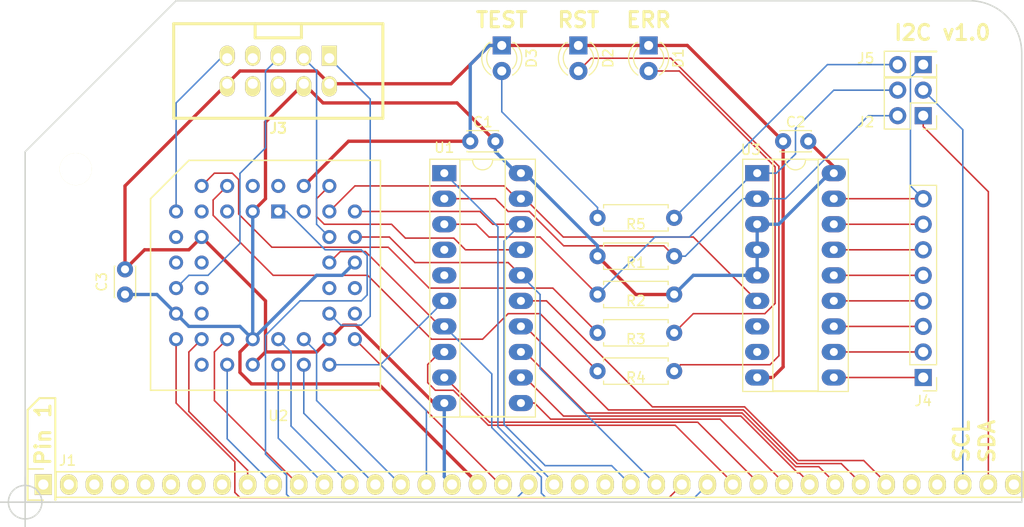
<source format=kicad_pcb>
(kicad_pcb (version 4) (host pcbnew 4.0.7)

  (general
    (links 85)
    (no_connects 0)
    (area 153.823599 103.429999 253.075001 153.440201)
    (thickness 1.6)
    (drawings 37)
    (tracks 328)
    (zones 0)
    (modules 20)
    (nets 49)
  )

  (page A4)
  (layers
    (0 F.Cu signal)
    (31 B.Cu signal)
    (32 B.Adhes user hide)
    (33 F.Adhes user hide)
    (34 B.Paste user hide)
    (35 F.Paste user hide)
    (36 B.SilkS user hide)
    (37 F.SilkS user hide)
    (38 B.Mask user hide)
    (39 F.Mask user hide)
    (40 Dwgs.User user hide)
    (41 Cmts.User user hide)
    (42 Eco1.User user hide)
    (43 Eco2.User user hide)
    (44 Edge.Cuts user)
    (45 Margin user hide)
    (46 B.CrtYd user hide)
    (47 F.CrtYd user hide)
    (48 B.Fab user hide)
    (49 F.Fab user hide)
  )

  (setup
    (last_trace_width 0.1524)
    (trace_clearance 0.1524)
    (zone_clearance 0.508)
    (zone_45_only no)
    (trace_min 0.1524)
    (segment_width 0.2)
    (edge_width 0.15)
    (via_size 0.6858)
    (via_drill 0.3302)
    (via_min_size 0.6858)
    (via_min_drill 0.3302)
    (uvia_size 0.6858)
    (uvia_drill 0.3302)
    (uvias_allowed no)
    (uvia_min_size 0)
    (uvia_min_drill 0)
    (pcb_text_width 0.3)
    (pcb_text_size 1.5 1.5)
    (mod_edge_width 0.15)
    (mod_text_size 1 1)
    (mod_text_width 0.15)
    (pad_size 3.2 3.2)
    (pad_drill 3.2)
    (pad_to_mask_clearance 0.2)
    (aux_axis_origin 0 0)
    (visible_elements 7FFFFFFF)
    (pcbplotparams
      (layerselection 0x010f0_80000001)
      (usegerberextensions false)
      (excludeedgelayer true)
      (linewidth 0.100000)
      (plotframeref false)
      (viasonmask false)
      (mode 1)
      (useauxorigin false)
      (hpglpennumber 1)
      (hpglpenspeed 20)
      (hpglpendiameter 15)
      (hpglpenoverlay 2)
      (psnegative false)
      (psa4output false)
      (plotreference true)
      (plotvalue true)
      (plotinvisibletext false)
      (padsonsilk false)
      (subtractmaskfromsilk false)
      (outputformat 1)
      (mirror false)
      (drillshape 0)
      (scaleselection 1)
      (outputdirectory "/home/spencer/Documents/KiCad/2016/RC2014/Dimension Template/"))
  )

  (net 0 "")
  (net 1 GND)
  (net 2 VCC)
  (net 3 A7)
  (net 4 A6)
  (net 5 A5)
  (net 6 A4)
  (net 7 A3)
  (net 8 A2)
  (net 9 A1)
  (net 10 A0)
  (net 11 /M1)
  (net 12 /RST)
  (net 13 CLK)
  (net 14 /WR)
  (net 15 /RD)
  (net 16 /IORQ)
  (net 17 D0)
  (net 18 D1)
  (net 19 D2)
  (net 20 D3)
  (net 21 D4)
  (net 22 D5)
  (net 23 D6)
  (net 24 D7)
  (net 25 "Net-(D1-Pad2)")
  (net 26 "Net-(D2-Pad2)")
  (net 27 "Net-(J3-Pad1)")
  (net 28 "Net-(U1-Pad17)")
  (net 29 "Net-(U1-Pad19)")
  (net 30 "Net-(D3-Pad2)")
  (net 31 "Net-(J4-Pad2)")
  (net 32 "Net-(J4-Pad3)")
  (net 33 "Net-(J4-Pad4)")
  (net 34 "Net-(J4-Pad5)")
  (net 35 "Net-(J4-Pad6)")
  (net 36 "Net-(J4-Pad7)")
  (net 37 "Net-(J4-Pad8)")
  (net 38 "Net-(R3-Pad1)")
  (net 39 "Net-(R4-Pad1)")
  (net 40 "Net-(J4-Pad1)")
  (net 41 "Net-(J1-Pad37)")
  (net 42 "Net-(J1-Pad38)")
  (net 43 SDA)
  (net 44 "Net-(J3-Pad9)")
  (net 45 "Net-(J3-Pad3)")
  (net 46 "Net-(J3-Pad5)")
  (net 47 "Net-(J5-Pad2)")
  (net 48 SCL)

  (net_class Default "This is the default net class."
    (clearance 0.1524)
    (trace_width 0.1524)
    (via_dia 0.6858)
    (via_drill 0.3302)
    (uvia_dia 0.6858)
    (uvia_drill 0.3302)
    (add_net /IORQ)
    (add_net /M1)
    (add_net /RD)
    (add_net /RST)
    (add_net /WR)
    (add_net A0)
    (add_net A1)
    (add_net A2)
    (add_net A3)
    (add_net A4)
    (add_net A5)
    (add_net A6)
    (add_net A7)
    (add_net CLK)
    (add_net D0)
    (add_net D1)
    (add_net D2)
    (add_net D3)
    (add_net D4)
    (add_net D5)
    (add_net D6)
    (add_net D7)
    (add_net "Net-(D1-Pad2)")
    (add_net "Net-(D2-Pad2)")
    (add_net "Net-(D3-Pad2)")
    (add_net "Net-(J1-Pad37)")
    (add_net "Net-(J1-Pad38)")
    (add_net "Net-(J3-Pad1)")
    (add_net "Net-(J3-Pad3)")
    (add_net "Net-(J3-Pad5)")
    (add_net "Net-(J3-Pad9)")
    (add_net "Net-(J4-Pad1)")
    (add_net "Net-(J4-Pad2)")
    (add_net "Net-(J4-Pad3)")
    (add_net "Net-(J4-Pad4)")
    (add_net "Net-(J4-Pad5)")
    (add_net "Net-(J4-Pad6)")
    (add_net "Net-(J4-Pad7)")
    (add_net "Net-(J4-Pad8)")
    (add_net "Net-(J5-Pad2)")
    (add_net "Net-(R3-Pad1)")
    (add_net "Net-(R4-Pad1)")
    (add_net "Net-(U1-Pad17)")
    (add_net "Net-(U1-Pad19)")
    (add_net SCL)
    (add_net SDA)
  )

  (net_class Power ""
    (clearance 0.1524)
    (trace_width 0.3302)
    (via_dia 0.6858)
    (via_drill 0.3302)
    (uvia_dia 0.6858)
    (uvia_drill 0.3302)
    (add_net GND)
    (add_net VCC)
  )

  (module Pin_Headers:Pin_Header_Straight_1x08_Pitch2.54mm (layer F.Cu) (tedit 59650532) (tstamp 5A67CA0E)
    (at 243.205 140.97 180)
    (descr "Through hole straight pin header, 1x08, 2.54mm pitch, single row")
    (tags "Through hole pin header THT 1x08 2.54mm single row")
    (path /5A67DCA1)
    (fp_text reference J4 (at 0 -2.33 180) (layer F.SilkS)
      (effects (font (size 1 1) (thickness 0.15)))
    )
    (fp_text value Conn_01x08_Male (at 0 20.11 180) (layer F.Fab)
      (effects (font (size 1 1) (thickness 0.15)))
    )
    (fp_line (start -0.635 -1.27) (end 1.27 -1.27) (layer F.Fab) (width 0.1))
    (fp_line (start 1.27 -1.27) (end 1.27 19.05) (layer F.Fab) (width 0.1))
    (fp_line (start 1.27 19.05) (end -1.27 19.05) (layer F.Fab) (width 0.1))
    (fp_line (start -1.27 19.05) (end -1.27 -0.635) (layer F.Fab) (width 0.1))
    (fp_line (start -1.27 -0.635) (end -0.635 -1.27) (layer F.Fab) (width 0.1))
    (fp_line (start -1.33 19.11) (end 1.33 19.11) (layer F.SilkS) (width 0.12))
    (fp_line (start -1.33 1.27) (end -1.33 19.11) (layer F.SilkS) (width 0.12))
    (fp_line (start 1.33 1.27) (end 1.33 19.11) (layer F.SilkS) (width 0.12))
    (fp_line (start -1.33 1.27) (end 1.33 1.27) (layer F.SilkS) (width 0.12))
    (fp_line (start -1.33 0) (end -1.33 -1.33) (layer F.SilkS) (width 0.12))
    (fp_line (start -1.33 -1.33) (end 0 -1.33) (layer F.SilkS) (width 0.12))
    (fp_line (start -1.8 -1.8) (end -1.8 19.55) (layer F.CrtYd) (width 0.05))
    (fp_line (start -1.8 19.55) (end 1.8 19.55) (layer F.CrtYd) (width 0.05))
    (fp_line (start 1.8 19.55) (end 1.8 -1.8) (layer F.CrtYd) (width 0.05))
    (fp_line (start 1.8 -1.8) (end -1.8 -1.8) (layer F.CrtYd) (width 0.05))
    (fp_text user %R (at 0 8.89 270) (layer F.Fab)
      (effects (font (size 1 1) (thickness 0.15)))
    )
    (pad 1 thru_hole rect (at 0 0 180) (size 1.7 1.7) (drill 1) (layers *.Cu *.Mask)
      (net 40 "Net-(J4-Pad1)"))
    (pad 2 thru_hole oval (at 0 2.54 180) (size 1.7 1.7) (drill 1) (layers *.Cu *.Mask)
      (net 31 "Net-(J4-Pad2)"))
    (pad 3 thru_hole oval (at 0 5.08 180) (size 1.7 1.7) (drill 1) (layers *.Cu *.Mask)
      (net 32 "Net-(J4-Pad3)"))
    (pad 4 thru_hole oval (at 0 7.62 180) (size 1.7 1.7) (drill 1) (layers *.Cu *.Mask)
      (net 33 "Net-(J4-Pad4)"))
    (pad 5 thru_hole oval (at 0 10.16 180) (size 1.7 1.7) (drill 1) (layers *.Cu *.Mask)
      (net 34 "Net-(J4-Pad5)"))
    (pad 6 thru_hole oval (at 0 12.7 180) (size 1.7 1.7) (drill 1) (layers *.Cu *.Mask)
      (net 35 "Net-(J4-Pad6)"))
    (pad 7 thru_hole oval (at 0 15.24 180) (size 1.7 1.7) (drill 1) (layers *.Cu *.Mask)
      (net 36 "Net-(J4-Pad7)"))
    (pad 8 thru_hole oval (at 0 17.78 180) (size 1.7 1.7) (drill 1) (layers *.Cu *.Mask)
      (net 37 "Net-(J4-Pad8)"))
    (model ${KISYS3DMOD}/Pin_Headers.3dshapes/Pin_Header_Straight_1x08_Pitch2.54mm.wrl
      (at (xyz 0 0 0))
      (scale (xyz 1 1 1))
      (rotate (xyz 0 0 0))
    )
  )

  (module Resistors_THT:R_Axial_DIN0207_L6.3mm_D2.5mm_P7.62mm_Horizontal (layer F.Cu) (tedit 5874F706) (tstamp 5A67BEED)
    (at 218.44 125.095 180)
    (descr "Resistor, Axial_DIN0207 series, Axial, Horizontal, pin pitch=7.62mm, 0.25W = 1/4W, length*diameter=6.3*2.5mm^2, http://cdn-reichelt.de/documents/datenblatt/B400/1_4W%23YAG.pdf")
    (tags "Resistor Axial_DIN0207 series Axial Horizontal pin pitch 7.62mm 0.25W = 1/4W length 6.3mm diameter 2.5mm")
    (path /5A67E774)
    (fp_text reference R5 (at 3.81 -0.635 180) (layer F.SilkS)
      (effects (font (size 1 1) (thickness 0.15)))
    )
    (fp_text value 150 (at 3.81 2.31 180) (layer F.Fab)
      (effects (font (size 1 1) (thickness 0.15)))
    )
    (fp_line (start 0.66 -1.25) (end 0.66 1.25) (layer F.Fab) (width 0.1))
    (fp_line (start 0.66 1.25) (end 6.96 1.25) (layer F.Fab) (width 0.1))
    (fp_line (start 6.96 1.25) (end 6.96 -1.25) (layer F.Fab) (width 0.1))
    (fp_line (start 6.96 -1.25) (end 0.66 -1.25) (layer F.Fab) (width 0.1))
    (fp_line (start 0 0) (end 0.66 0) (layer F.Fab) (width 0.1))
    (fp_line (start 7.62 0) (end 6.96 0) (layer F.Fab) (width 0.1))
    (fp_line (start 0.6 -0.98) (end 0.6 -1.31) (layer F.SilkS) (width 0.12))
    (fp_line (start 0.6 -1.31) (end 7.02 -1.31) (layer F.SilkS) (width 0.12))
    (fp_line (start 7.02 -1.31) (end 7.02 -0.98) (layer F.SilkS) (width 0.12))
    (fp_line (start 0.6 0.98) (end 0.6 1.31) (layer F.SilkS) (width 0.12))
    (fp_line (start 0.6 1.31) (end 7.02 1.31) (layer F.SilkS) (width 0.12))
    (fp_line (start 7.02 1.31) (end 7.02 0.98) (layer F.SilkS) (width 0.12))
    (fp_line (start -1.05 -1.6) (end -1.05 1.6) (layer F.CrtYd) (width 0.05))
    (fp_line (start -1.05 1.6) (end 8.7 1.6) (layer F.CrtYd) (width 0.05))
    (fp_line (start 8.7 1.6) (end 8.7 -1.6) (layer F.CrtYd) (width 0.05))
    (fp_line (start 8.7 -1.6) (end -1.05 -1.6) (layer F.CrtYd) (width 0.05))
    (pad 1 thru_hole circle (at 0 0 180) (size 1.6 1.6) (drill 0.8) (layers *.Cu *.Mask)
      (net 47 "Net-(J5-Pad2)"))
    (pad 2 thru_hole oval (at 7.62 0 180) (size 1.6 1.6) (drill 0.8) (layers *.Cu *.Mask)
      (net 30 "Net-(D3-Pad2)"))
    (model ${KISYS3DMOD}/Resistors_THT.3dshapes/R_Axial_DIN0207_L6.3mm_D2.5mm_P7.62mm_Horizontal.wrl
      (at (xyz 0 0 0))
      (scale (xyz 0.393701 0.393701 0.393701))
      (rotate (xyz 0 0 0))
    )
  )

  (module Pin_Headers:Pin_Header_Straight_1x39_Pitch2.54mm (layer F.Cu) (tedit 592844A9) (tstamp 574B3D79)
    (at 155.702 151.613 90)
    (descr "Through hole pin header")
    (tags "pin header")
    (path /57B2D86C)
    (fp_text reference J1 (at 2.388 2.413 180) (layer F.SilkS)
      (effects (font (size 1 1) (thickness 0.15)))
    )
    (fp_text value CONN_01X39 (at -3.8354 -7.874 180) (layer F.Fab)
      (effects (font (size 1 1) (thickness 0.15)))
    )
    (fp_line (start -1.75 -1.75) (end -1.75 97.4598) (layer F.CrtYd) (width 0.05))
    (fp_line (start 1.75 -1.75) (end 1.75 97.4598) (layer F.CrtYd) (width 0.05))
    (fp_line (start -1.75 -1.75) (end 1.75 -1.75) (layer F.CrtYd) (width 0.05))
    (fp_line (start -1.75 97.5226) (end 1.75 97.5226) (layer F.CrtYd) (width 0.05))
    (fp_line (start -1.27 1.27) (end -1.27 97.4598) (layer F.SilkS) (width 0.15))
    (fp_line (start -1.27 97.4598) (end 1.27 97.4598) (layer F.SilkS) (width 0.15))
    (fp_line (start 1.27 97.4598) (end 1.27 1.27) (layer F.SilkS) (width 0.15))
    (fp_line (start 1.55 -1.55) (end 1.55 0) (layer F.SilkS) (width 0.15))
    (fp_line (start 1.27 1.27) (end -1.27 1.27) (layer F.SilkS) (width 0.15))
    (fp_line (start -1.55 0) (end -1.55 -1.55) (layer F.SilkS) (width 0.15))
    (fp_line (start -1.55 -1.55) (end 1.55 -1.55) (layer F.SilkS) (width 0.15))
    (pad 1 thru_hole rect (at 0 0 90) (size 2.032 1.7272) (drill 1.016) (layers *.Cu *.Mask F.SilkS))
    (pad 2 thru_hole oval (at 0 2.54 90) (size 2.032 1.7272) (drill 1.016) (layers *.Cu *.Mask F.SilkS))
    (pad 3 thru_hole oval (at 0 5.08 90) (size 2.032 1.7272) (drill 1.016) (layers *.Cu *.Mask F.SilkS))
    (pad 4 thru_hole oval (at 0 7.62 90) (size 2.032 1.7272) (drill 1.016) (layers *.Cu *.Mask F.SilkS))
    (pad 5 thru_hole oval (at 0 10.16 90) (size 2.032 1.7272) (drill 1.016) (layers *.Cu *.Mask F.SilkS))
    (pad 6 thru_hole oval (at 0 12.7 90) (size 2.032 1.7272) (drill 1.016) (layers *.Cu *.Mask F.SilkS))
    (pad 7 thru_hole oval (at 0 15.24 90) (size 2.032 1.7272) (drill 1.016) (layers *.Cu *.Mask F.SilkS))
    (pad 8 thru_hole oval (at 0 17.78 90) (size 2.032 1.7272) (drill 1.016) (layers *.Cu *.Mask F.SilkS))
    (pad 9 thru_hole oval (at 0 20.32 90) (size 2.032 1.7272) (drill 1.016) (layers *.Cu *.Mask F.SilkS)
      (net 3 A7))
    (pad 10 thru_hole oval (at 0 22.86 90) (size 2.032 1.7272) (drill 1.016) (layers *.Cu *.Mask F.SilkS)
      (net 4 A6))
    (pad 11 thru_hole oval (at 0 25.4 90) (size 2.032 1.7272) (drill 1.016) (layers *.Cu *.Mask F.SilkS)
      (net 5 A5))
    (pad 12 thru_hole oval (at 0 27.94 90) (size 2.032 1.7272) (drill 1.016) (layers *.Cu *.Mask F.SilkS)
      (net 6 A4))
    (pad 13 thru_hole oval (at 0 30.48 90) (size 2.032 1.7272) (drill 1.016) (layers *.Cu *.Mask F.SilkS)
      (net 7 A3))
    (pad 14 thru_hole oval (at 0 33.02 90) (size 2.032 1.7272) (drill 1.016) (layers *.Cu *.Mask F.SilkS)
      (net 8 A2))
    (pad 15 thru_hole oval (at 0 35.56 90) (size 2.032 1.7272) (drill 1.016) (layers *.Cu *.Mask F.SilkS)
      (net 9 A1))
    (pad 16 thru_hole oval (at 0 38.1 90) (size 2.032 1.7272) (drill 1.016) (layers *.Cu *.Mask F.SilkS)
      (net 10 A0))
    (pad 17 thru_hole oval (at 0 40.64 90) (size 2.032 1.7272) (drill 1.016) (layers *.Cu *.Mask F.SilkS)
      (net 1 GND))
    (pad 18 thru_hole oval (at 0 43.18 90) (size 2.032 1.7272) (drill 1.016) (layers *.Cu *.Mask F.SilkS)
      (net 2 VCC))
    (pad 19 thru_hole oval (at 0 45.72 90) (size 2.032 1.7272) (drill 1.016) (layers *.Cu *.Mask F.SilkS)
      (net 11 /M1))
    (pad 20 thru_hole oval (at 0 48.26 90) (size 2.032 1.7272) (drill 1.016) (layers *.Cu *.Mask F.SilkS)
      (net 12 /RST))
    (pad 21 thru_hole oval (at 0 50.8 90) (size 2.032 1.7272) (drill 1.016) (layers *.Cu *.Mask F.SilkS)
      (net 13 CLK))
    (pad 22 thru_hole oval (at 0 53.34 90) (size 2.032 1.7272) (drill 1.016) (layers *.Cu *.Mask F.SilkS))
    (pad 23 thru_hole oval (at 0 55.88 90) (size 2.032 1.7272) (drill 1.016) (layers *.Cu *.Mask F.SilkS))
    (pad 24 thru_hole oval (at 0 58.42 90) (size 2.032 1.7272) (drill 1.016) (layers *.Cu *.Mask F.SilkS)
      (net 14 /WR))
    (pad 25 thru_hole oval (at 0 60.96 90) (size 2.032 1.7272) (drill 1.016) (layers *.Cu *.Mask F.SilkS)
      (net 15 /RD))
    (pad 26 thru_hole oval (at 0 63.5 90) (size 2.032 1.7272) (drill 1.016) (layers *.Cu *.Mask F.SilkS)
      (net 16 /IORQ))
    (pad 27 thru_hole oval (at 0 66.04 90) (size 2.032 1.7272) (drill 1.016) (layers *.Cu *.Mask F.SilkS)
      (net 17 D0))
    (pad 28 thru_hole oval (at 0 68.58 90) (size 2.032 1.7272) (drill 1.016) (layers *.Cu *.Mask F.SilkS)
      (net 18 D1))
    (pad 29 thru_hole oval (at 0 71.12 90) (size 2.032 1.7272) (drill 1.016) (layers *.Cu *.Mask F.SilkS)
      (net 19 D2))
    (pad 30 thru_hole oval (at 0 73.66 90) (size 2.032 1.7272) (drill 1.016) (layers *.Cu *.Mask F.SilkS)
      (net 20 D3))
    (pad 31 thru_hole oval (at 0 76.2 90) (size 2.032 1.7272) (drill 1.016) (layers *.Cu *.Mask F.SilkS)
      (net 21 D4))
    (pad 32 thru_hole oval (at 0 78.74 90) (size 2.032 1.7272) (drill 1.016) (layers *.Cu *.Mask F.SilkS)
      (net 22 D5))
    (pad 33 thru_hole oval (at 0 81.28 90) (size 2.032 1.7272) (drill 1.016) (layers *.Cu *.Mask F.SilkS)
      (net 23 D6))
    (pad 34 thru_hole oval (at 0 83.82 90) (size 2.032 1.7272) (drill 1.016) (layers *.Cu *.Mask F.SilkS)
      (net 24 D7))
    (pad 35 thru_hole oval (at 0 86.36 90) (size 2.032 1.7272) (drill 1.016) (layers *.Cu *.Mask F.SilkS))
    (pad 36 thru_hole oval (at 0 88.9 90) (size 2.032 1.7272) (drill 1.016) (layers *.Cu *.Mask F.SilkS))
    (pad 37 thru_hole oval (at 0 91.44 90) (size 2.032 1.7272) (drill 1.016) (layers *.Cu *.Mask F.SilkS)
      (net 41 "Net-(J1-Pad37)"))
    (pad 38 thru_hole oval (at 0 93.98 90) (size 2.032 1.7272) (drill 1.016) (layers *.Cu *.Mask F.SilkS)
      (net 42 "Net-(J1-Pad38)"))
    (pad 39 thru_hole oval (at 0 96.52 90) (size 2.032 1.7272) (drill 1.016) (layers *.Cu *.Mask F.SilkS))
    (model Pin_Headers.3dshapes/Pin_Header_Straight_1x39.wrl
      (at (xyz 0 -1.95 0))
      (scale (xyz 1 1 1))
      (rotate (xyz 0 0 90))
    )
  )

  (module Mounting_Holes:MountingHole_3.2mm_M3 locked (layer F.Cu) (tedit 59284471) (tstamp 574B179B)
    (at 158.928 120.244)
    (descr "Mounting Hole 3.2mm, no annular, M3")
    (tags "mounting hole 3.2mm no annular m3")
    (fp_text reference MNT0 (at 2.6162 -2.3876) (layer F.SilkS) hide
      (effects (font (size 1 1) (thickness 0.15)))
    )
    (fp_text value "" (at 2.3368 -73.0631 90) (layer F.Fab) hide
      (effects (font (size 1 1) (thickness 0.15)))
    )
    (fp_circle (center 0 0) (end 3.2 0) (layer Cmts.User) (width 0.15))
    (fp_circle (center 0 0) (end 3.45 0) (layer F.CrtYd) (width 0.05))
    (pad "" np_thru_hole circle (at 0 0) (size 3.2 3.2) (drill 3.2) (layers *.Cu *.Mask F.SilkS))
  )

  (module LEDs:LED_D3.0mm (layer F.Cu) (tedit 587A3A7B) (tstamp 5A6375C8)
    (at 215.9 107.95 270)
    (descr "LED, diameter 3.0mm, 2 pins")
    (tags "LED diameter 3.0mm 2 pins")
    (path /5A634E05)
    (fp_text reference D1 (at 1.27 -2.96 270) (layer F.SilkS)
      (effects (font (size 1 1) (thickness 0.15)))
    )
    (fp_text value LED (at 1.27 2.96 270) (layer F.Fab)
      (effects (font (size 1 1) (thickness 0.15)))
    )
    (fp_arc (start 1.27 0) (end -0.23 -1.16619) (angle 284.3) (layer F.Fab) (width 0.1))
    (fp_arc (start 1.27 0) (end -0.29 -1.235516) (angle 108.8) (layer F.SilkS) (width 0.12))
    (fp_arc (start 1.27 0) (end -0.29 1.235516) (angle -108.8) (layer F.SilkS) (width 0.12))
    (fp_arc (start 1.27 0) (end 0.229039 -1.08) (angle 87.9) (layer F.SilkS) (width 0.12))
    (fp_arc (start 1.27 0) (end 0.229039 1.08) (angle -87.9) (layer F.SilkS) (width 0.12))
    (fp_circle (center 1.27 0) (end 2.77 0) (layer F.Fab) (width 0.1))
    (fp_line (start -0.23 -1.16619) (end -0.23 1.16619) (layer F.Fab) (width 0.1))
    (fp_line (start -0.29 -1.236) (end -0.29 -1.08) (layer F.SilkS) (width 0.12))
    (fp_line (start -0.29 1.08) (end -0.29 1.236) (layer F.SilkS) (width 0.12))
    (fp_line (start -1.15 -2.25) (end -1.15 2.25) (layer F.CrtYd) (width 0.05))
    (fp_line (start -1.15 2.25) (end 3.7 2.25) (layer F.CrtYd) (width 0.05))
    (fp_line (start 3.7 2.25) (end 3.7 -2.25) (layer F.CrtYd) (width 0.05))
    (fp_line (start 3.7 -2.25) (end -1.15 -2.25) (layer F.CrtYd) (width 0.05))
    (pad 1 thru_hole rect (at 0 0 270) (size 1.8 1.8) (drill 0.9) (layers *.Cu *.Mask)
      (net 1 GND))
    (pad 2 thru_hole circle (at 2.54 0 270) (size 1.8 1.8) (drill 0.9) (layers *.Cu *.Mask)
      (net 25 "Net-(D1-Pad2)"))
    (model ${KISYS3DMOD}/LEDs.3dshapes/LED_D3.0mm.wrl
      (at (xyz 0 0 0))
      (scale (xyz 0.393701 0.393701 0.393701))
      (rotate (xyz 0 0 0))
    )
  )

  (module LEDs:LED_D3.0mm (layer F.Cu) (tedit 587A3A7B) (tstamp 5A6375CE)
    (at 208.915 107.95 270)
    (descr "LED, diameter 3.0mm, 2 pins")
    (tags "LED diameter 3.0mm 2 pins")
    (path /5A638A16)
    (fp_text reference D2 (at 1.27 -2.96 270) (layer F.SilkS)
      (effects (font (size 1 1) (thickness 0.15)))
    )
    (fp_text value LED (at 1.27 2.96 270) (layer F.Fab)
      (effects (font (size 1 1) (thickness 0.15)))
    )
    (fp_arc (start 1.27 0) (end -0.23 -1.16619) (angle 284.3) (layer F.Fab) (width 0.1))
    (fp_arc (start 1.27 0) (end -0.29 -1.235516) (angle 108.8) (layer F.SilkS) (width 0.12))
    (fp_arc (start 1.27 0) (end -0.29 1.235516) (angle -108.8) (layer F.SilkS) (width 0.12))
    (fp_arc (start 1.27 0) (end 0.229039 -1.08) (angle 87.9) (layer F.SilkS) (width 0.12))
    (fp_arc (start 1.27 0) (end 0.229039 1.08) (angle -87.9) (layer F.SilkS) (width 0.12))
    (fp_circle (center 1.27 0) (end 2.77 0) (layer F.Fab) (width 0.1))
    (fp_line (start -0.23 -1.16619) (end -0.23 1.16619) (layer F.Fab) (width 0.1))
    (fp_line (start -0.29 -1.236) (end -0.29 -1.08) (layer F.SilkS) (width 0.12))
    (fp_line (start -0.29 1.08) (end -0.29 1.236) (layer F.SilkS) (width 0.12))
    (fp_line (start -1.15 -2.25) (end -1.15 2.25) (layer F.CrtYd) (width 0.05))
    (fp_line (start -1.15 2.25) (end 3.7 2.25) (layer F.CrtYd) (width 0.05))
    (fp_line (start 3.7 2.25) (end 3.7 -2.25) (layer F.CrtYd) (width 0.05))
    (fp_line (start 3.7 -2.25) (end -1.15 -2.25) (layer F.CrtYd) (width 0.05))
    (pad 1 thru_hole rect (at 0 0 270) (size 1.8 1.8) (drill 0.9) (layers *.Cu *.Mask)
      (net 1 GND))
    (pad 2 thru_hole circle (at 2.54 0 270) (size 1.8 1.8) (drill 0.9) (layers *.Cu *.Mask)
      (net 26 "Net-(D2-Pad2)"))
    (model ${KISYS3DMOD}/LEDs.3dshapes/LED_D3.0mm.wrl
      (at (xyz 0 0 0))
      (scale (xyz 0.393701 0.393701 0.393701))
      (rotate (xyz 0 0 0))
    )
  )

  (module Resistors_THT:R_Axial_DIN0207_L6.3mm_D2.5mm_P7.62mm_Horizontal (layer F.Cu) (tedit 5874F706) (tstamp 5A6375E8)
    (at 210.82 140.335)
    (descr "Resistor, Axial_DIN0207 series, Axial, Horizontal, pin pitch=7.62mm, 0.25W = 1/4W, length*diameter=6.3*2.5mm^2, http://cdn-reichelt.de/documents/datenblatt/B400/1_4W%23YAG.pdf")
    (tags "Resistor Axial_DIN0207 series Axial Horizontal pin pitch 7.62mm 0.25W = 1/4W length 6.3mm diameter 2.5mm")
    (path /5A638A1C)
    (fp_text reference R4 (at 3.81 0.635) (layer F.SilkS)
      (effects (font (size 1 1) (thickness 0.15)))
    )
    (fp_text value 150 (at 3.81 2.31) (layer F.Fab)
      (effects (font (size 1 1) (thickness 0.15)))
    )
    (fp_line (start 0.66 -1.25) (end 0.66 1.25) (layer F.Fab) (width 0.1))
    (fp_line (start 0.66 1.25) (end 6.96 1.25) (layer F.Fab) (width 0.1))
    (fp_line (start 6.96 1.25) (end 6.96 -1.25) (layer F.Fab) (width 0.1))
    (fp_line (start 6.96 -1.25) (end 0.66 -1.25) (layer F.Fab) (width 0.1))
    (fp_line (start 0 0) (end 0.66 0) (layer F.Fab) (width 0.1))
    (fp_line (start 7.62 0) (end 6.96 0) (layer F.Fab) (width 0.1))
    (fp_line (start 0.6 -0.98) (end 0.6 -1.31) (layer F.SilkS) (width 0.12))
    (fp_line (start 0.6 -1.31) (end 7.02 -1.31) (layer F.SilkS) (width 0.12))
    (fp_line (start 7.02 -1.31) (end 7.02 -0.98) (layer F.SilkS) (width 0.12))
    (fp_line (start 0.6 0.98) (end 0.6 1.31) (layer F.SilkS) (width 0.12))
    (fp_line (start 0.6 1.31) (end 7.02 1.31) (layer F.SilkS) (width 0.12))
    (fp_line (start 7.02 1.31) (end 7.02 0.98) (layer F.SilkS) (width 0.12))
    (fp_line (start -1.05 -1.6) (end -1.05 1.6) (layer F.CrtYd) (width 0.05))
    (fp_line (start -1.05 1.6) (end 8.7 1.6) (layer F.CrtYd) (width 0.05))
    (fp_line (start 8.7 1.6) (end 8.7 -1.6) (layer F.CrtYd) (width 0.05))
    (fp_line (start 8.7 -1.6) (end -1.05 -1.6) (layer F.CrtYd) (width 0.05))
    (pad 1 thru_hole circle (at 0 0) (size 1.6 1.6) (drill 0.8) (layers *.Cu *.Mask)
      (net 39 "Net-(R4-Pad1)"))
    (pad 2 thru_hole oval (at 7.62 0) (size 1.6 1.6) (drill 0.8) (layers *.Cu *.Mask)
      (net 26 "Net-(D2-Pad2)"))
    (model ${KISYS3DMOD}/Resistors_THT.3dshapes/R_Axial_DIN0207_L6.3mm_D2.5mm_P7.62mm_Horizontal.wrl
      (at (xyz 0 0 0))
      (scale (xyz 0.393701 0.393701 0.393701))
      (rotate (xyz 0 0 0))
    )
  )

  (module Sockets:PLCC44 (layer F.Cu) (tedit 0) (tstamp 5A637E2C)
    (at 177.8 130.81 270)
    (descr "Support Plcc 44 pins, pads ronds")
    (tags PLCC)
    (path /5A63F56B)
    (fp_text reference U2 (at 13.97 -1.27 360) (layer F.SilkS)
      (effects (font (size 1 1) (thickness 0.15)))
    )
    (fp_text value ATF1504AS-PLCC44 (at -2.54 0 360) (layer F.Fab)
      (effects (font (size 1 1) (thickness 0.15)))
    )
    (fp_line (start -11.43 7.62) (end -7.62 11.43) (layer F.SilkS) (width 0.15))
    (fp_line (start -7.62 11.43) (end 11.43 11.43) (layer F.SilkS) (width 0.15))
    (fp_line (start 11.43 11.43) (end 11.43 -11.43) (layer F.SilkS) (width 0.15))
    (fp_line (start 11.43 -11.43) (end -11.43 -11.43) (layer F.SilkS) (width 0.15))
    (fp_line (start -11.43 -11.43) (end -11.43 7.62) (layer F.SilkS) (width 0.15))
    (pad 1 thru_hole rect (at -6.35 -1.27 270) (size 1.397 1.397) (drill 0.8128) (layers *.Cu *.Mask)
      (net 12 /RST))
    (pad 2 thru_hole circle (at -8.89 1.27 270) (size 1.397 1.397) (drill 0.8128) (layers *.Cu *.Mask))
    (pad 3 thru_hole circle (at -6.35 1.27 270) (size 1.397 1.397) (drill 0.8128) (layers *.Cu *.Mask)
      (net 2 VCC))
    (pad 4 thru_hole circle (at -8.89 3.81 270) (size 1.397 1.397) (drill 0.8128) (layers *.Cu *.Mask)
      (net 39 "Net-(R4-Pad1)"))
    (pad 5 thru_hole circle (at -6.35 3.81 270) (size 1.397 1.397) (drill 0.8128) (layers *.Cu *.Mask))
    (pad 6 thru_hole circle (at -8.89 6.35 270) (size 1.397 1.397) (drill 0.8128) (layers *.Cu *.Mask)
      (net 38 "Net-(R3-Pad1)"))
    (pad 7 thru_hole circle (at -6.35 8.89 270) (size 1.397 1.397) (drill 0.8128) (layers *.Cu *.Mask)
      (net 44 "Net-(J3-Pad9)"))
    (pad 8 thru_hole circle (at -6.35 6.35 270) (size 1.397 1.397) (drill 0.8128) (layers *.Cu *.Mask))
    (pad 9 thru_hole circle (at -3.81 8.89 270) (size 1.397 1.397) (drill 0.8128) (layers *.Cu *.Mask))
    (pad 10 thru_hole circle (at -3.81 6.35 270) (size 1.397 1.397) (drill 0.8128) (layers *.Cu *.Mask)
      (net 1 GND))
    (pad 11 thru_hole circle (at -1.27 8.89 270) (size 1.397 1.397) (drill 0.8128) (layers *.Cu *.Mask))
    (pad 12 thru_hole circle (at -1.27 6.35 270) (size 1.397 1.397) (drill 0.8128) (layers *.Cu *.Mask))
    (pad 13 thru_hole circle (at 1.27 8.89 270) (size 1.397 1.397) (drill 0.8128) (layers *.Cu *.Mask)
      (net 46 "Net-(J3-Pad5)"))
    (pad 14 thru_hole circle (at 1.27 6.35 270) (size 1.397 1.397) (drill 0.8128) (layers *.Cu *.Mask))
    (pad 15 thru_hole circle (at 3.81 8.89 270) (size 1.397 1.397) (drill 0.8128) (layers *.Cu *.Mask)
      (net 2 VCC))
    (pad 16 thru_hole circle (at 3.81 6.35 270) (size 1.397 1.397) (drill 0.8128) (layers *.Cu *.Mask))
    (pad 17 thru_hole circle (at 6.35 8.89 270) (size 1.397 1.397) (drill 0.8128) (layers *.Cu *.Mask)
      (net 16 /IORQ))
    (pad 18 thru_hole circle (at 8.89 6.35 270) (size 1.397 1.397) (drill 0.8128) (layers *.Cu *.Mask))
    (pad 19 thru_hole circle (at 6.35 6.35 270) (size 1.397 1.397) (drill 0.8128) (layers *.Cu *.Mask)
      (net 3 A7))
    (pad 20 thru_hole circle (at 8.89 3.81 270) (size 1.397 1.397) (drill 0.8128) (layers *.Cu *.Mask)
      (net 4 A6))
    (pad 21 thru_hole circle (at 6.35 3.81 270) (size 1.397 1.397) (drill 0.8128) (layers *.Cu *.Mask)
      (net 5 A5))
    (pad 22 thru_hole circle (at 8.89 1.27 270) (size 1.397 1.397) (drill 0.8128) (layers *.Cu *.Mask)
      (net 1 GND))
    (pad 23 thru_hole circle (at 6.35 1.27 270) (size 1.397 1.397) (drill 0.8128) (layers *.Cu *.Mask)
      (net 2 VCC))
    (pad 24 thru_hole circle (at 8.89 -1.27 270) (size 1.397 1.397) (drill 0.8128) (layers *.Cu *.Mask)
      (net 6 A4))
    (pad 25 thru_hole circle (at 6.35 -1.27 270) (size 1.397 1.397) (drill 0.8128) (layers *.Cu *.Mask)
      (net 7 A3))
    (pad 26 thru_hole circle (at 8.89 -3.81 270) (size 1.397 1.397) (drill 0.8128) (layers *.Cu *.Mask)
      (net 8 A2))
    (pad 27 thru_hole circle (at 6.35 -3.81 270) (size 1.397 1.397) (drill 0.8128) (layers *.Cu *.Mask)
      (net 9 A1))
    (pad 28 thru_hole circle (at 8.89 -6.35 270) (size 1.397 1.397) (drill 0.8128) (layers *.Cu *.Mask)
      (net 10 A0))
    (pad 29 thru_hole circle (at 6.35 -8.89 270) (size 1.397 1.397) (drill 0.8128) (layers *.Cu *.Mask)
      (net 11 /M1))
    (pad 30 thru_hole circle (at 6.35 -6.35 270) (size 1.397 1.397) (drill 0.8128) (layers *.Cu *.Mask)
      (net 1 GND))
    (pad 31 thru_hole circle (at 3.81 -8.89 270) (size 1.397 1.397) (drill 0.8128) (layers *.Cu *.Mask))
    (pad 32 thru_hole circle (at 3.81 -6.35 270) (size 1.397 1.397) (drill 0.8128) (layers *.Cu *.Mask)
      (net 27 "Net-(J3-Pad1)"))
    (pad 33 thru_hole circle (at 1.27 -8.89 270) (size 1.397 1.397) (drill 0.8128) (layers *.Cu *.Mask))
    (pad 34 thru_hole circle (at 1.27 -6.35 270) (size 1.397 1.397) (drill 0.8128) (layers *.Cu *.Mask))
    (pad 35 thru_hole circle (at -1.27 -8.89 270) (size 1.397 1.397) (drill 0.8128) (layers *.Cu *.Mask)
      (net 2 VCC))
    (pad 36 thru_hole circle (at -1.27 -6.35 270) (size 1.397 1.397) (drill 0.8128) (layers *.Cu *.Mask)
      (net 17 D0))
    (pad 37 thru_hole circle (at -3.81 -8.89 270) (size 1.397 1.397) (drill 0.8128) (layers *.Cu *.Mask)
      (net 15 /RD))
    (pad 38 thru_hole circle (at -3.81 -6.35 270) (size 1.397 1.397) (drill 0.8128) (layers *.Cu *.Mask)
      (net 45 "Net-(J3-Pad3)"))
    (pad 39 thru_hole circle (at -6.35 -8.89 270) (size 1.397 1.397) (drill 0.8128) (layers *.Cu *.Mask)
      (net 14 /WR))
    (pad 40 thru_hole circle (at -8.89 -6.35 270) (size 1.397 1.397) (drill 0.8128) (layers *.Cu *.Mask)
      (net 28 "Net-(U1-Pad17)"))
    (pad 41 thru_hole circle (at -6.35 -6.35 270) (size 1.397 1.397) (drill 0.8128) (layers *.Cu *.Mask)
      (net 29 "Net-(U1-Pad19)"))
    (pad 42 thru_hole circle (at -8.89 -3.81 270) (size 1.397 1.397) (drill 0.8128) (layers *.Cu *.Mask)
      (net 1 GND))
    (pad 43 thru_hole circle (at -6.35 -3.81 270) (size 1.397 1.397) (drill 0.8128) (layers *.Cu *.Mask))
    (pad 44 thru_hole circle (at -8.89 -1.27 270) (size 1.397 1.397) (drill 0.8128) (layers *.Cu *.Mask))
    (model /Users/sam/Downloads/walter/pth_plcc/plcc44_pth-skt.wrl
      (at (xyz 0 0 0))
      (scale (xyz 1 1 1))
      (rotate (xyz 0 0 0))
    )
  )

  (module Resistors_THT:R_Axial_DIN0207_L6.3mm_D2.5mm_P7.62mm_Horizontal (layer F.Cu) (tedit 5874F706) (tstamp 5A63877D)
    (at 210.82 136.525)
    (descr "Resistor, Axial_DIN0207 series, Axial, Horizontal, pin pitch=7.62mm, 0.25W = 1/4W, length*diameter=6.3*2.5mm^2, http://cdn-reichelt.de/documents/datenblatt/B400/1_4W%23YAG.pdf")
    (tags "Resistor Axial_DIN0207 series Axial Horizontal pin pitch 7.62mm 0.25W = 1/4W length 6.3mm diameter 2.5mm")
    (path /5A634E77)
    (fp_text reference R3 (at 3.81 0.635) (layer F.SilkS)
      (effects (font (size 1 1) (thickness 0.15)))
    )
    (fp_text value 150 (at 3.81 2.31) (layer F.Fab)
      (effects (font (size 1 1) (thickness 0.15)))
    )
    (fp_line (start 0.66 -1.25) (end 0.66 1.25) (layer F.Fab) (width 0.1))
    (fp_line (start 0.66 1.25) (end 6.96 1.25) (layer F.Fab) (width 0.1))
    (fp_line (start 6.96 1.25) (end 6.96 -1.25) (layer F.Fab) (width 0.1))
    (fp_line (start 6.96 -1.25) (end 0.66 -1.25) (layer F.Fab) (width 0.1))
    (fp_line (start 0 0) (end 0.66 0) (layer F.Fab) (width 0.1))
    (fp_line (start 7.62 0) (end 6.96 0) (layer F.Fab) (width 0.1))
    (fp_line (start 0.6 -0.98) (end 0.6 -1.31) (layer F.SilkS) (width 0.12))
    (fp_line (start 0.6 -1.31) (end 7.02 -1.31) (layer F.SilkS) (width 0.12))
    (fp_line (start 7.02 -1.31) (end 7.02 -0.98) (layer F.SilkS) (width 0.12))
    (fp_line (start 0.6 0.98) (end 0.6 1.31) (layer F.SilkS) (width 0.12))
    (fp_line (start 0.6 1.31) (end 7.02 1.31) (layer F.SilkS) (width 0.12))
    (fp_line (start 7.02 1.31) (end 7.02 0.98) (layer F.SilkS) (width 0.12))
    (fp_line (start -1.05 -1.6) (end -1.05 1.6) (layer F.CrtYd) (width 0.05))
    (fp_line (start -1.05 1.6) (end 8.7 1.6) (layer F.CrtYd) (width 0.05))
    (fp_line (start 8.7 1.6) (end 8.7 -1.6) (layer F.CrtYd) (width 0.05))
    (fp_line (start 8.7 -1.6) (end -1.05 -1.6) (layer F.CrtYd) (width 0.05))
    (pad 1 thru_hole circle (at 0 0) (size 1.6 1.6) (drill 0.8) (layers *.Cu *.Mask)
      (net 38 "Net-(R3-Pad1)"))
    (pad 2 thru_hole oval (at 7.62 0) (size 1.6 1.6) (drill 0.8) (layers *.Cu *.Mask)
      (net 25 "Net-(D1-Pad2)"))
    (model ${KISYS3DMOD}/Resistors_THT.3dshapes/R_Axial_DIN0207_L6.3mm_D2.5mm_P7.62mm_Horizontal.wrl
      (at (xyz 0 0 0))
      (scale (xyz 0.393701 0.393701 0.393701))
      (rotate (xyz 0 0 0))
    )
  )

  (module Capacitors_THT:C_Disc_D3.0mm_W2.0mm_P2.50mm (layer F.Cu) (tedit 597BC7C2) (tstamp 5A67BDC4)
    (at 200.66 117.475 180)
    (descr "C, Disc series, Radial, pin pitch=2.50mm, , diameter*width=3*2mm^2, Capacitor")
    (tags "C Disc series Radial pin pitch 2.50mm  diameter 3mm width 2mm Capacitor")
    (path /5A67AFCC)
    (fp_text reference C1 (at 1.25 1.905 180) (layer F.SilkS)
      (effects (font (size 1 1) (thickness 0.15)))
    )
    (fp_text value 0.1µF (at 1.25 2.31 180) (layer F.Fab)
      (effects (font (size 1 1) (thickness 0.15)))
    )
    (fp_line (start -0.25 -1) (end -0.25 1) (layer F.Fab) (width 0.1))
    (fp_line (start -0.25 1) (end 2.75 1) (layer F.Fab) (width 0.1))
    (fp_line (start 2.75 1) (end 2.75 -1) (layer F.Fab) (width 0.1))
    (fp_line (start 2.75 -1) (end -0.25 -1) (layer F.Fab) (width 0.1))
    (fp_line (start -0.31 -1.06) (end 2.81 -1.06) (layer F.SilkS) (width 0.12))
    (fp_line (start -0.31 1.06) (end 2.81 1.06) (layer F.SilkS) (width 0.12))
    (fp_line (start -0.31 -1.06) (end -0.31 -0.996) (layer F.SilkS) (width 0.12))
    (fp_line (start -0.31 0.996) (end -0.31 1.06) (layer F.SilkS) (width 0.12))
    (fp_line (start 2.81 -1.06) (end 2.81 -0.996) (layer F.SilkS) (width 0.12))
    (fp_line (start 2.81 0.996) (end 2.81 1.06) (layer F.SilkS) (width 0.12))
    (fp_line (start -1.05 -1.35) (end -1.05 1.35) (layer F.CrtYd) (width 0.05))
    (fp_line (start -1.05 1.35) (end 3.55 1.35) (layer F.CrtYd) (width 0.05))
    (fp_line (start 3.55 1.35) (end 3.55 -1.35) (layer F.CrtYd) (width 0.05))
    (fp_line (start 3.55 -1.35) (end -1.05 -1.35) (layer F.CrtYd) (width 0.05))
    (fp_text user %R (at 1.25 0 180) (layer F.Fab)
      (effects (font (size 1 1) (thickness 0.15)))
    )
    (pad 1 thru_hole circle (at 0 0 180) (size 1.6 1.6) (drill 0.8) (layers *.Cu *.Mask)
      (net 2 VCC))
    (pad 2 thru_hole circle (at 2.5 0 180) (size 1.6 1.6) (drill 0.8) (layers *.Cu *.Mask)
      (net 1 GND))
    (model ${KISYS3DMOD}/Capacitors_THT.3dshapes/C_Disc_D3.0mm_W2.0mm_P2.50mm.wrl
      (at (xyz 0 0 0))
      (scale (xyz 1 1 1))
      (rotate (xyz 0 0 0))
    )
  )

  (module Capacitors_THT:C_Disc_D3.0mm_W2.0mm_P2.50mm (layer F.Cu) (tedit 597BC7C2) (tstamp 5A67BDD9)
    (at 231.775 117.475 180)
    (descr "C, Disc series, Radial, pin pitch=2.50mm, , diameter*width=3*2mm^2, Capacitor")
    (tags "C Disc series Radial pin pitch 2.50mm  diameter 3mm width 2mm Capacitor")
    (path /5A67B020)
    (fp_text reference C2 (at 1.25 1.905 180) (layer F.SilkS)
      (effects (font (size 1 1) (thickness 0.15)))
    )
    (fp_text value 0.1µF (at 1.25 2.31 180) (layer F.Fab)
      (effects (font (size 1 1) (thickness 0.15)))
    )
    (fp_line (start -0.25 -1) (end -0.25 1) (layer F.Fab) (width 0.1))
    (fp_line (start -0.25 1) (end 2.75 1) (layer F.Fab) (width 0.1))
    (fp_line (start 2.75 1) (end 2.75 -1) (layer F.Fab) (width 0.1))
    (fp_line (start 2.75 -1) (end -0.25 -1) (layer F.Fab) (width 0.1))
    (fp_line (start -0.31 -1.06) (end 2.81 -1.06) (layer F.SilkS) (width 0.12))
    (fp_line (start -0.31 1.06) (end 2.81 1.06) (layer F.SilkS) (width 0.12))
    (fp_line (start -0.31 -1.06) (end -0.31 -0.996) (layer F.SilkS) (width 0.12))
    (fp_line (start -0.31 0.996) (end -0.31 1.06) (layer F.SilkS) (width 0.12))
    (fp_line (start 2.81 -1.06) (end 2.81 -0.996) (layer F.SilkS) (width 0.12))
    (fp_line (start 2.81 0.996) (end 2.81 1.06) (layer F.SilkS) (width 0.12))
    (fp_line (start -1.05 -1.35) (end -1.05 1.35) (layer F.CrtYd) (width 0.05))
    (fp_line (start -1.05 1.35) (end 3.55 1.35) (layer F.CrtYd) (width 0.05))
    (fp_line (start 3.55 1.35) (end 3.55 -1.35) (layer F.CrtYd) (width 0.05))
    (fp_line (start 3.55 -1.35) (end -1.05 -1.35) (layer F.CrtYd) (width 0.05))
    (fp_text user %R (at 1.25 0 180) (layer F.Fab)
      (effects (font (size 1 1) (thickness 0.15)))
    )
    (pad 1 thru_hole circle (at 0 0 180) (size 1.6 1.6) (drill 0.8) (layers *.Cu *.Mask)
      (net 2 VCC))
    (pad 2 thru_hole circle (at 2.5 0 180) (size 1.6 1.6) (drill 0.8) (layers *.Cu *.Mask)
      (net 1 GND))
    (model ${KISYS3DMOD}/Capacitors_THT.3dshapes/C_Disc_D3.0mm_W2.0mm_P2.50mm.wrl
      (at (xyz 0 0 0))
      (scale (xyz 1 1 1))
      (rotate (xyz 0 0 0))
    )
  )

  (module Capacitors_THT:C_Disc_D3.0mm_W2.0mm_P2.50mm (layer F.Cu) (tedit 597BC7C2) (tstamp 5A67BDEE)
    (at 163.83 132.715 90)
    (descr "C, Disc series, Radial, pin pitch=2.50mm, , diameter*width=3*2mm^2, Capacitor")
    (tags "C Disc series Radial pin pitch 2.50mm  diameter 3mm width 2mm Capacitor")
    (path /5A67BD30)
    (fp_text reference C3 (at 1.25 -2.31 90) (layer F.SilkS)
      (effects (font (size 1 1) (thickness 0.15)))
    )
    (fp_text value 0.1µF (at 1.25 2.31 90) (layer F.Fab)
      (effects (font (size 1 1) (thickness 0.15)))
    )
    (fp_line (start -0.25 -1) (end -0.25 1) (layer F.Fab) (width 0.1))
    (fp_line (start -0.25 1) (end 2.75 1) (layer F.Fab) (width 0.1))
    (fp_line (start 2.75 1) (end 2.75 -1) (layer F.Fab) (width 0.1))
    (fp_line (start 2.75 -1) (end -0.25 -1) (layer F.Fab) (width 0.1))
    (fp_line (start -0.31 -1.06) (end 2.81 -1.06) (layer F.SilkS) (width 0.12))
    (fp_line (start -0.31 1.06) (end 2.81 1.06) (layer F.SilkS) (width 0.12))
    (fp_line (start -0.31 -1.06) (end -0.31 -0.996) (layer F.SilkS) (width 0.12))
    (fp_line (start -0.31 0.996) (end -0.31 1.06) (layer F.SilkS) (width 0.12))
    (fp_line (start 2.81 -1.06) (end 2.81 -0.996) (layer F.SilkS) (width 0.12))
    (fp_line (start 2.81 0.996) (end 2.81 1.06) (layer F.SilkS) (width 0.12))
    (fp_line (start -1.05 -1.35) (end -1.05 1.35) (layer F.CrtYd) (width 0.05))
    (fp_line (start -1.05 1.35) (end 3.55 1.35) (layer F.CrtYd) (width 0.05))
    (fp_line (start 3.55 1.35) (end 3.55 -1.35) (layer F.CrtYd) (width 0.05))
    (fp_line (start 3.55 -1.35) (end -1.05 -1.35) (layer F.CrtYd) (width 0.05))
    (fp_text user %R (at 1.25 0 90) (layer F.Fab)
      (effects (font (size 1 1) (thickness 0.15)))
    )
    (pad 1 thru_hole circle (at 0 0 90) (size 1.6 1.6) (drill 0.8) (layers *.Cu *.Mask)
      (net 2 VCC))
    (pad 2 thru_hole circle (at 2.5 0 90) (size 1.6 1.6) (drill 0.8) (layers *.Cu *.Mask)
      (net 1 GND))
    (model ${KISYS3DMOD}/Capacitors_THT.3dshapes/C_Disc_D3.0mm_W2.0mm_P2.50mm.wrl
      (at (xyz 0 0 0))
      (scale (xyz 1 1 1))
      (rotate (xyz 0 0 0))
    )
  )

  (module LEDs:LED_D3.0mm (layer F.Cu) (tedit 587A3A7B) (tstamp 5A67BE01)
    (at 201.295 107.95 270)
    (descr "LED, diameter 3.0mm, 2 pins")
    (tags "LED diameter 3.0mm 2 pins")
    (path /5A67E7D8)
    (fp_text reference D3 (at 1.27 -2.96 270) (layer F.SilkS)
      (effects (font (size 1 1) (thickness 0.15)))
    )
    (fp_text value LED (at 1.27 2.96 270) (layer F.Fab)
      (effects (font (size 1 1) (thickness 0.15)))
    )
    (fp_arc (start 1.27 0) (end -0.23 -1.16619) (angle 284.3) (layer F.Fab) (width 0.1))
    (fp_arc (start 1.27 0) (end -0.29 -1.235516) (angle 108.8) (layer F.SilkS) (width 0.12))
    (fp_arc (start 1.27 0) (end -0.29 1.235516) (angle -108.8) (layer F.SilkS) (width 0.12))
    (fp_arc (start 1.27 0) (end 0.229039 -1.08) (angle 87.9) (layer F.SilkS) (width 0.12))
    (fp_arc (start 1.27 0) (end 0.229039 1.08) (angle -87.9) (layer F.SilkS) (width 0.12))
    (fp_circle (center 1.27 0) (end 2.77 0) (layer F.Fab) (width 0.1))
    (fp_line (start -0.23 -1.16619) (end -0.23 1.16619) (layer F.Fab) (width 0.1))
    (fp_line (start -0.29 -1.236) (end -0.29 -1.08) (layer F.SilkS) (width 0.12))
    (fp_line (start -0.29 1.08) (end -0.29 1.236) (layer F.SilkS) (width 0.12))
    (fp_line (start -1.15 -2.25) (end -1.15 2.25) (layer F.CrtYd) (width 0.05))
    (fp_line (start -1.15 2.25) (end 3.7 2.25) (layer F.CrtYd) (width 0.05))
    (fp_line (start 3.7 2.25) (end 3.7 -2.25) (layer F.CrtYd) (width 0.05))
    (fp_line (start 3.7 -2.25) (end -1.15 -2.25) (layer F.CrtYd) (width 0.05))
    (pad 1 thru_hole rect (at 0 0 270) (size 1.8 1.8) (drill 0.9) (layers *.Cu *.Mask)
      (net 1 GND))
    (pad 2 thru_hole circle (at 2.54 0 270) (size 1.8 1.8) (drill 0.9) (layers *.Cu *.Mask)
      (net 30 "Net-(D3-Pad2)"))
    (model ${KISYS3DMOD}/LEDs.3dshapes/LED_D3.0mm.wrl
      (at (xyz 0 0 0))
      (scale (xyz 0.393701 0.393701 0.393701))
      (rotate (xyz 0 0 0))
    )
  )

  (module Resistors_THT:R_Axial_DIN0207_L6.3mm_D2.5mm_P7.62mm_Horizontal (layer F.Cu) (tedit 5874F706) (tstamp 5A67BEC1)
    (at 210.82 128.905)
    (descr "Resistor, Axial_DIN0207 series, Axial, Horizontal, pin pitch=7.62mm, 0.25W = 1/4W, length*diameter=6.3*2.5mm^2, http://cdn-reichelt.de/documents/datenblatt/B400/1_4W%23YAG.pdf")
    (tags "Resistor Axial_DIN0207 series Axial Horizontal pin pitch 7.62mm 0.25W = 1/4W length 6.3mm diameter 2.5mm")
    (path /5A67A6DF)
    (fp_text reference R1 (at 3.81 0.635) (layer F.SilkS)
      (effects (font (size 1 1) (thickness 0.15)))
    )
    (fp_text value 10k (at 3.81 2.31) (layer F.Fab)
      (effects (font (size 1 1) (thickness 0.15)))
    )
    (fp_line (start 0.66 -1.25) (end 0.66 1.25) (layer F.Fab) (width 0.1))
    (fp_line (start 0.66 1.25) (end 6.96 1.25) (layer F.Fab) (width 0.1))
    (fp_line (start 6.96 1.25) (end 6.96 -1.25) (layer F.Fab) (width 0.1))
    (fp_line (start 6.96 -1.25) (end 0.66 -1.25) (layer F.Fab) (width 0.1))
    (fp_line (start 0 0) (end 0.66 0) (layer F.Fab) (width 0.1))
    (fp_line (start 7.62 0) (end 6.96 0) (layer F.Fab) (width 0.1))
    (fp_line (start 0.6 -0.98) (end 0.6 -1.31) (layer F.SilkS) (width 0.12))
    (fp_line (start 0.6 -1.31) (end 7.02 -1.31) (layer F.SilkS) (width 0.12))
    (fp_line (start 7.02 -1.31) (end 7.02 -0.98) (layer F.SilkS) (width 0.12))
    (fp_line (start 0.6 0.98) (end 0.6 1.31) (layer F.SilkS) (width 0.12))
    (fp_line (start 0.6 1.31) (end 7.02 1.31) (layer F.SilkS) (width 0.12))
    (fp_line (start 7.02 1.31) (end 7.02 0.98) (layer F.SilkS) (width 0.12))
    (fp_line (start -1.05 -1.6) (end -1.05 1.6) (layer F.CrtYd) (width 0.05))
    (fp_line (start -1.05 1.6) (end 8.7 1.6) (layer F.CrtYd) (width 0.05))
    (fp_line (start 8.7 1.6) (end 8.7 -1.6) (layer F.CrtYd) (width 0.05))
    (fp_line (start 8.7 -1.6) (end -1.05 -1.6) (layer F.CrtYd) (width 0.05))
    (pad 1 thru_hole circle (at 0 0) (size 1.6 1.6) (drill 0.8) (layers *.Cu *.Mask)
      (net 2 VCC))
    (pad 2 thru_hole oval (at 7.62 0) (size 1.6 1.6) (drill 0.8) (layers *.Cu *.Mask)
      (net 43 SDA))
    (model ${KISYS3DMOD}/Resistors_THT.3dshapes/R_Axial_DIN0207_L6.3mm_D2.5mm_P7.62mm_Horizontal.wrl
      (at (xyz 0 0 0))
      (scale (xyz 0.393701 0.393701 0.393701))
      (rotate (xyz 0 0 0))
    )
  )

  (module Resistors_THT:R_Axial_DIN0207_L6.3mm_D2.5mm_P7.62mm_Horizontal (layer F.Cu) (tedit 5874F706) (tstamp 5A67BED7)
    (at 218.44 132.715 180)
    (descr "Resistor, Axial_DIN0207 series, Axial, Horizontal, pin pitch=7.62mm, 0.25W = 1/4W, length*diameter=6.3*2.5mm^2, http://cdn-reichelt.de/documents/datenblatt/B400/1_4W%23YAG.pdf")
    (tags "Resistor Axial_DIN0207 series Axial Horizontal pin pitch 7.62mm 0.25W = 1/4W length 6.3mm diameter 2.5mm")
    (path /5A67A742)
    (fp_text reference R2 (at 3.81 -0.635 180) (layer F.SilkS)
      (effects (font (size 1 1) (thickness 0.15)))
    )
    (fp_text value 10k (at 3.81 2.31 180) (layer F.Fab)
      (effects (font (size 1 1) (thickness 0.15)))
    )
    (fp_line (start 0.66 -1.25) (end 0.66 1.25) (layer F.Fab) (width 0.1))
    (fp_line (start 0.66 1.25) (end 6.96 1.25) (layer F.Fab) (width 0.1))
    (fp_line (start 6.96 1.25) (end 6.96 -1.25) (layer F.Fab) (width 0.1))
    (fp_line (start 6.96 -1.25) (end 0.66 -1.25) (layer F.Fab) (width 0.1))
    (fp_line (start 0 0) (end 0.66 0) (layer F.Fab) (width 0.1))
    (fp_line (start 7.62 0) (end 6.96 0) (layer F.Fab) (width 0.1))
    (fp_line (start 0.6 -0.98) (end 0.6 -1.31) (layer F.SilkS) (width 0.12))
    (fp_line (start 0.6 -1.31) (end 7.02 -1.31) (layer F.SilkS) (width 0.12))
    (fp_line (start 7.02 -1.31) (end 7.02 -0.98) (layer F.SilkS) (width 0.12))
    (fp_line (start 0.6 0.98) (end 0.6 1.31) (layer F.SilkS) (width 0.12))
    (fp_line (start 0.6 1.31) (end 7.02 1.31) (layer F.SilkS) (width 0.12))
    (fp_line (start 7.02 1.31) (end 7.02 0.98) (layer F.SilkS) (width 0.12))
    (fp_line (start -1.05 -1.6) (end -1.05 1.6) (layer F.CrtYd) (width 0.05))
    (fp_line (start -1.05 1.6) (end 8.7 1.6) (layer F.CrtYd) (width 0.05))
    (fp_line (start 8.7 1.6) (end 8.7 -1.6) (layer F.CrtYd) (width 0.05))
    (fp_line (start 8.7 -1.6) (end -1.05 -1.6) (layer F.CrtYd) (width 0.05))
    (pad 1 thru_hole circle (at 0 0 180) (size 1.6 1.6) (drill 0.8) (layers *.Cu *.Mask)
      (net 2 VCC))
    (pad 2 thru_hole oval (at 7.62 0 180) (size 1.6 1.6) (drill 0.8) (layers *.Cu *.Mask)
      (net 48 SCL))
    (model ${KISYS3DMOD}/Resistors_THT.3dshapes/R_Axial_DIN0207_L6.3mm_D2.5mm_P7.62mm_Horizontal.wrl
      (at (xyz 0 0 0))
      (scale (xyz 0.393701 0.393701 0.393701))
      (rotate (xyz 0 0 0))
    )
  )

  (module Housings_DIP:DIP-20_W7.62mm_Socket_LongPads (layer F.Cu) (tedit 59C78D6B) (tstamp 5A67BEEE)
    (at 195.58 120.65)
    (descr "20-lead though-hole mounted DIP package, row spacing 7.62 mm (300 mils), Socket, LongPads")
    (tags "THT DIP DIL PDIP 2.54mm 7.62mm 300mil Socket LongPads")
    (path /5A634DC9)
    (fp_text reference U1 (at 0 -2.54) (layer F.SilkS)
      (effects (font (size 1 1) (thickness 0.15)))
    )
    (fp_text value PCF8584 (at 3.81 25.19) (layer F.Fab)
      (effects (font (size 1 1) (thickness 0.15)))
    )
    (fp_arc (start 3.81 -1.33) (end 2.81 -1.33) (angle -180) (layer F.SilkS) (width 0.12))
    (fp_line (start 1.635 -1.27) (end 6.985 -1.27) (layer F.Fab) (width 0.1))
    (fp_line (start 6.985 -1.27) (end 6.985 24.13) (layer F.Fab) (width 0.1))
    (fp_line (start 6.985 24.13) (end 0.635 24.13) (layer F.Fab) (width 0.1))
    (fp_line (start 0.635 24.13) (end 0.635 -0.27) (layer F.Fab) (width 0.1))
    (fp_line (start 0.635 -0.27) (end 1.635 -1.27) (layer F.Fab) (width 0.1))
    (fp_line (start -1.27 -1.33) (end -1.27 24.19) (layer F.Fab) (width 0.1))
    (fp_line (start -1.27 24.19) (end 8.89 24.19) (layer F.Fab) (width 0.1))
    (fp_line (start 8.89 24.19) (end 8.89 -1.33) (layer F.Fab) (width 0.1))
    (fp_line (start 8.89 -1.33) (end -1.27 -1.33) (layer F.Fab) (width 0.1))
    (fp_line (start 2.81 -1.33) (end 1.56 -1.33) (layer F.SilkS) (width 0.12))
    (fp_line (start 1.56 -1.33) (end 1.56 24.19) (layer F.SilkS) (width 0.12))
    (fp_line (start 1.56 24.19) (end 6.06 24.19) (layer F.SilkS) (width 0.12))
    (fp_line (start 6.06 24.19) (end 6.06 -1.33) (layer F.SilkS) (width 0.12))
    (fp_line (start 6.06 -1.33) (end 4.81 -1.33) (layer F.SilkS) (width 0.12))
    (fp_line (start -1.44 -1.39) (end -1.44 24.25) (layer F.SilkS) (width 0.12))
    (fp_line (start -1.44 24.25) (end 9.06 24.25) (layer F.SilkS) (width 0.12))
    (fp_line (start 9.06 24.25) (end 9.06 -1.39) (layer F.SilkS) (width 0.12))
    (fp_line (start 9.06 -1.39) (end -1.44 -1.39) (layer F.SilkS) (width 0.12))
    (fp_line (start -1.55 -1.6) (end -1.55 24.45) (layer F.CrtYd) (width 0.05))
    (fp_line (start -1.55 24.45) (end 9.15 24.45) (layer F.CrtYd) (width 0.05))
    (fp_line (start 9.15 24.45) (end 9.15 -1.6) (layer F.CrtYd) (width 0.05))
    (fp_line (start 9.15 -1.6) (end -1.55 -1.6) (layer F.CrtYd) (width 0.05))
    (fp_text user %R (at 3.81 11.43) (layer F.Fab)
      (effects (font (size 1 1) (thickness 0.15)))
    )
    (pad 1 thru_hole rect (at 0 0) (size 2.4 1.6) (drill 0.8) (layers *.Cu *.Mask)
      (net 13 CLK))
    (pad 11 thru_hole oval (at 7.62 22.86) (size 2.4 1.6) (drill 0.8) (layers *.Cu *.Mask)
      (net 20 D3))
    (pad 2 thru_hole oval (at 0 2.54) (size 2.4 1.6) (drill 0.8) (layers *.Cu *.Mask)
      (net 43 SDA))
    (pad 12 thru_hole oval (at 7.62 20.32) (size 2.4 1.6) (drill 0.8) (layers *.Cu *.Mask)
      (net 21 D4))
    (pad 3 thru_hole oval (at 0 5.08) (size 2.4 1.6) (drill 0.8) (layers *.Cu *.Mask)
      (net 48 SCL))
    (pad 13 thru_hole oval (at 7.62 17.78) (size 2.4 1.6) (drill 0.8) (layers *.Cu *.Mask)
      (net 22 D5))
    (pad 4 thru_hole oval (at 0 7.62) (size 2.4 1.6) (drill 0.8) (layers *.Cu *.Mask))
    (pad 14 thru_hole oval (at 7.62 15.24) (size 2.4 1.6) (drill 0.8) (layers *.Cu *.Mask)
      (net 23 D6))
    (pad 5 thru_hole oval (at 0 10.16) (size 2.4 1.6) (drill 0.8) (layers *.Cu *.Mask))
    (pad 15 thru_hole oval (at 7.62 12.7) (size 2.4 1.6) (drill 0.8) (layers *.Cu *.Mask)
      (net 24 D7))
    (pad 6 thru_hole oval (at 0 12.7) (size 2.4 1.6) (drill 0.8) (layers *.Cu *.Mask)
      (net 10 A0))
    (pad 16 thru_hole oval (at 7.62 10.16) (size 2.4 1.6) (drill 0.8) (layers *.Cu *.Mask)
      (net 15 /RD))
    (pad 7 thru_hole oval (at 0 15.24) (size 2.4 1.6) (drill 0.8) (layers *.Cu *.Mask)
      (net 17 D0))
    (pad 17 thru_hole oval (at 7.62 7.62) (size 2.4 1.6) (drill 0.8) (layers *.Cu *.Mask)
      (net 28 "Net-(U1-Pad17)"))
    (pad 8 thru_hole oval (at 0 17.78) (size 2.4 1.6) (drill 0.8) (layers *.Cu *.Mask)
      (net 18 D1))
    (pad 18 thru_hole oval (at 7.62 5.08) (size 2.4 1.6) (drill 0.8) (layers *.Cu *.Mask)
      (net 14 /WR))
    (pad 9 thru_hole oval (at 0 20.32) (size 2.4 1.6) (drill 0.8) (layers *.Cu *.Mask)
      (net 19 D2))
    (pad 19 thru_hole oval (at 7.62 2.54) (size 2.4 1.6) (drill 0.8) (layers *.Cu *.Mask)
      (net 29 "Net-(U1-Pad19)"))
    (pad 10 thru_hole oval (at 0 22.86) (size 2.4 1.6) (drill 0.8) (layers *.Cu *.Mask)
      (net 1 GND))
    (pad 20 thru_hole oval (at 7.62 0) (size 2.4 1.6) (drill 0.8) (layers *.Cu *.Mask)
      (net 2 VCC))
    (model ${KISYS3DMOD}/Housings_DIP.3dshapes/DIP-20_W7.62mm_Socket.wrl
      (at (xyz 0 0 0))
      (scale (xyz 1 1 1))
      (rotate (xyz 0 0 0))
    )
  )

  (module Housings_DIP:DIP-18_W7.62mm_Socket_LongPads (layer F.Cu) (tedit 59C78D6B) (tstamp 5A67BF4A)
    (at 226.695 120.65)
    (descr "18-lead though-hole mounted DIP package, row spacing 7.62 mm (300 mils), Socket, LongPads")
    (tags "THT DIP DIL PDIP 2.54mm 7.62mm 300mil Socket LongPads")
    (path /5A67BA86)
    (fp_text reference U3 (at -0.635 -2.33) (layer F.SilkS)
      (effects (font (size 1 1) (thickness 0.15)))
    )
    (fp_text value MCP23008 (at 3.81 22.65) (layer F.Fab)
      (effects (font (size 1 1) (thickness 0.15)))
    )
    (fp_arc (start 3.81 -1.33) (end 2.81 -1.33) (angle -180) (layer F.SilkS) (width 0.12))
    (fp_line (start 1.635 -1.27) (end 6.985 -1.27) (layer F.Fab) (width 0.1))
    (fp_line (start 6.985 -1.27) (end 6.985 21.59) (layer F.Fab) (width 0.1))
    (fp_line (start 6.985 21.59) (end 0.635 21.59) (layer F.Fab) (width 0.1))
    (fp_line (start 0.635 21.59) (end 0.635 -0.27) (layer F.Fab) (width 0.1))
    (fp_line (start 0.635 -0.27) (end 1.635 -1.27) (layer F.Fab) (width 0.1))
    (fp_line (start -1.27 -1.33) (end -1.27 21.65) (layer F.Fab) (width 0.1))
    (fp_line (start -1.27 21.65) (end 8.89 21.65) (layer F.Fab) (width 0.1))
    (fp_line (start 8.89 21.65) (end 8.89 -1.33) (layer F.Fab) (width 0.1))
    (fp_line (start 8.89 -1.33) (end -1.27 -1.33) (layer F.Fab) (width 0.1))
    (fp_line (start 2.81 -1.33) (end 1.56 -1.33) (layer F.SilkS) (width 0.12))
    (fp_line (start 1.56 -1.33) (end 1.56 21.65) (layer F.SilkS) (width 0.12))
    (fp_line (start 1.56 21.65) (end 6.06 21.65) (layer F.SilkS) (width 0.12))
    (fp_line (start 6.06 21.65) (end 6.06 -1.33) (layer F.SilkS) (width 0.12))
    (fp_line (start 6.06 -1.33) (end 4.81 -1.33) (layer F.SilkS) (width 0.12))
    (fp_line (start -1.44 -1.39) (end -1.44 21.71) (layer F.SilkS) (width 0.12))
    (fp_line (start -1.44 21.71) (end 9.06 21.71) (layer F.SilkS) (width 0.12))
    (fp_line (start 9.06 21.71) (end 9.06 -1.39) (layer F.SilkS) (width 0.12))
    (fp_line (start 9.06 -1.39) (end -1.44 -1.39) (layer F.SilkS) (width 0.12))
    (fp_line (start -1.55 -1.6) (end -1.55 21.9) (layer F.CrtYd) (width 0.05))
    (fp_line (start -1.55 21.9) (end 9.15 21.9) (layer F.CrtYd) (width 0.05))
    (fp_line (start 9.15 21.9) (end 9.15 -1.6) (layer F.CrtYd) (width 0.05))
    (fp_line (start 9.15 -1.6) (end -1.55 -1.6) (layer F.CrtYd) (width 0.05))
    (fp_text user %R (at 3.81 10.16) (layer F.Fab)
      (effects (font (size 1 1) (thickness 0.15)))
    )
    (pad 1 thru_hole rect (at 0 0) (size 2.4 1.6) (drill 0.8) (layers *.Cu *.Mask)
      (net 48 SCL))
    (pad 10 thru_hole oval (at 7.62 20.32) (size 2.4 1.6) (drill 0.8) (layers *.Cu *.Mask)
      (net 40 "Net-(J4-Pad1)"))
    (pad 2 thru_hole oval (at 0 2.54) (size 2.4 1.6) (drill 0.8) (layers *.Cu *.Mask)
      (net 43 SDA))
    (pad 11 thru_hole oval (at 7.62 17.78) (size 2.4 1.6) (drill 0.8) (layers *.Cu *.Mask)
      (net 31 "Net-(J4-Pad2)"))
    (pad 3 thru_hole oval (at 0 5.08) (size 2.4 1.6) (drill 0.8) (layers *.Cu *.Mask)
      (net 2 VCC))
    (pad 12 thru_hole oval (at 7.62 15.24) (size 2.4 1.6) (drill 0.8) (layers *.Cu *.Mask)
      (net 32 "Net-(J4-Pad3)"))
    (pad 4 thru_hole oval (at 0 7.62) (size 2.4 1.6) (drill 0.8) (layers *.Cu *.Mask)
      (net 2 VCC))
    (pad 13 thru_hole oval (at 7.62 12.7) (size 2.4 1.6) (drill 0.8) (layers *.Cu *.Mask)
      (net 33 "Net-(J4-Pad4)"))
    (pad 5 thru_hole oval (at 0 10.16) (size 2.4 1.6) (drill 0.8) (layers *.Cu *.Mask)
      (net 2 VCC))
    (pad 14 thru_hole oval (at 7.62 10.16) (size 2.4 1.6) (drill 0.8) (layers *.Cu *.Mask)
      (net 34 "Net-(J4-Pad5)"))
    (pad 6 thru_hole oval (at 0 12.7) (size 2.4 1.6) (drill 0.8) (layers *.Cu *.Mask)
      (net 29 "Net-(U1-Pad19)"))
    (pad 15 thru_hole oval (at 7.62 7.62) (size 2.4 1.6) (drill 0.8) (layers *.Cu *.Mask)
      (net 35 "Net-(J4-Pad6)"))
    (pad 7 thru_hole oval (at 0 15.24) (size 2.4 1.6) (drill 0.8) (layers *.Cu *.Mask))
    (pad 16 thru_hole oval (at 7.62 5.08) (size 2.4 1.6) (drill 0.8) (layers *.Cu *.Mask)
      (net 36 "Net-(J4-Pad7)"))
    (pad 8 thru_hole oval (at 0 17.78) (size 2.4 1.6) (drill 0.8) (layers *.Cu *.Mask))
    (pad 17 thru_hole oval (at 7.62 2.54) (size 2.4 1.6) (drill 0.8) (layers *.Cu *.Mask)
      (net 37 "Net-(J4-Pad8)"))
    (pad 9 thru_hole oval (at 0 20.32) (size 2.4 1.6) (drill 0.8) (layers *.Cu *.Mask)
      (net 1 GND))
    (pad 18 thru_hole oval (at 7.62 0) (size 2.4 1.6) (drill 0.8) (layers *.Cu *.Mask)
      (net 2 VCC))
    (model ${KISYS3DMOD}/Housings_DIP.3dshapes/DIP-18_W7.62mm_Socket.wrl
      (at (xyz 0 0 0))
      (scale (xyz 1 1 1))
      (rotate (xyz 0 0 0))
    )
  )

  (module w_conn_strip:vasch_strip_5x2 (layer F.Cu) (tedit 53DE0503) (tstamp 5A68B519)
    (at 179.07 110.49 180)
    (descr "Box header 5x2pin 2.54mm")
    (tags "CONN DEV")
    (path /5A63938E)
    (fp_text reference J3 (at 0 -5.7 180) (layer F.SilkS)
      (effects (font (size 1 1) (thickness 0.2032)))
    )
    (fp_text value ATDH1150USB_JTAG (at 0 5.7 180) (layer F.SilkS) hide
      (effects (font (size 1 1) (thickness 0.2032)))
    )
    (fp_line (start -10.4 4.7) (end 10.4 4.7) (layer F.SilkS) (width 0.3048))
    (fp_line (start 10.4 -4.7) (end -10.4 -4.7) (layer F.SilkS) (width 0.3048))
    (fp_line (start -10.4 -4.7) (end -10.4 4.7) (layer F.SilkS) (width 0.3048))
    (fp_line (start 10.4 -4.7) (end 10.4 4.7) (layer F.SilkS) (width 0.3048))
    (fp_line (start 2.3 4.7) (end 2.3 3.3) (layer F.SilkS) (width 0.29972))
    (fp_line (start 2.3 3.3) (end -2.3 3.3) (layer F.SilkS) (width 0.29972))
    (fp_line (start -2.3 3.3) (end -2.3 4.7) (layer F.SilkS) (width 0.29972))
    (pad 9 thru_hole oval (at 5.08 1.27 180) (size 1.5 2) (drill 1 (offset 0 0.25)) (layers *.Cu *.Mask F.SilkS)
      (net 44 "Net-(J3-Pad9)"))
    (pad 10 thru_hole oval (at 5.08 -1.27 180) (size 1.5 2) (drill 1 (offset 0 -0.25)) (layers *.Cu *.Mask F.SilkS)
      (net 1 GND))
    (pad 8 thru_hole oval (at 2.54 -1.27 180) (size 1.5 2) (drill 1 (offset 0 -0.25)) (layers *.Cu *.Mask F.SilkS))
    (pad 7 thru_hole oval (at 2.54 1.27 180) (size 1.5 2) (drill 1 (offset 0 0.25)) (layers *.Cu *.Mask F.SilkS))
    (pad 1 thru_hole rect (at -5.08 1.27 180) (size 1.5 2) (drill 1 (offset 0 0.25)) (layers *.Cu *.Mask F.SilkS)
      (net 27 "Net-(J3-Pad1)"))
    (pad 2 thru_hole oval (at -5.08 -1.27 180) (size 1.5 2) (drill 1 (offset 0 -0.25)) (layers *.Cu *.Mask F.SilkS)
      (net 1 GND))
    (pad 3 thru_hole oval (at -2.54 1.27 180) (size 1.5 2) (drill 1 (offset 0 0.25)) (layers *.Cu *.Mask F.SilkS)
      (net 45 "Net-(J3-Pad3)"))
    (pad 4 thru_hole oval (at -2.54 -1.27 180) (size 1.5 2) (drill 1 (offset 0 -0.25)) (layers *.Cu *.Mask F.SilkS)
      (net 2 VCC))
    (pad 5 thru_hole oval (at 0 1.27 180) (size 1.5 2) (drill 1 (offset 0 0.25)) (layers *.Cu *.Mask F.SilkS)
      (net 46 "Net-(J3-Pad5)"))
    (pad 6 thru_hole oval (at 0 -1.27 180) (size 1.5 2) (drill 1 (offset 0 -0.25)) (layers *.Cu *.Mask F.SilkS))
    (model walter/conn_strip/vasch_strip_5x2.wrl
      (at (xyz 0 0 0))
      (scale (xyz 1 1 1))
      (rotate (xyz 0 0 0))
    )
  )

  (module Pin_Headers:Pin_Header_Straight_2x01_Pitch2.54mm (layer F.Cu) (tedit 59650532) (tstamp 5A68B53D)
    (at 243.205 109.855 180)
    (descr "Through hole straight pin header, 2x01, 2.54mm pitch, double rows")
    (tags "Through hole pin header THT 2x01 2.54mm double row")
    (path /5A67DDEE)
    (fp_text reference J5 (at 5.715 0.635 180) (layer F.SilkS)
      (effects (font (size 1 1) (thickness 0.15)))
    )
    (fp_text value Conn_02x01 (at 1.27 2.33 180) (layer F.Fab)
      (effects (font (size 1 1) (thickness 0.15)))
    )
    (fp_line (start 0 -1.27) (end 3.81 -1.27) (layer F.Fab) (width 0.1))
    (fp_line (start 3.81 -1.27) (end 3.81 1.27) (layer F.Fab) (width 0.1))
    (fp_line (start 3.81 1.27) (end -1.27 1.27) (layer F.Fab) (width 0.1))
    (fp_line (start -1.27 1.27) (end -1.27 0) (layer F.Fab) (width 0.1))
    (fp_line (start -1.27 0) (end 0 -1.27) (layer F.Fab) (width 0.1))
    (fp_line (start -1.33 1.33) (end 3.87 1.33) (layer F.SilkS) (width 0.12))
    (fp_line (start -1.33 1.27) (end -1.33 1.33) (layer F.SilkS) (width 0.12))
    (fp_line (start 3.87 -1.33) (end 3.87 1.33) (layer F.SilkS) (width 0.12))
    (fp_line (start -1.33 1.27) (end 1.27 1.27) (layer F.SilkS) (width 0.12))
    (fp_line (start 1.27 1.27) (end 1.27 -1.33) (layer F.SilkS) (width 0.12))
    (fp_line (start 1.27 -1.33) (end 3.87 -1.33) (layer F.SilkS) (width 0.12))
    (fp_line (start -1.33 0) (end -1.33 -1.33) (layer F.SilkS) (width 0.12))
    (fp_line (start -1.33 -1.33) (end 0 -1.33) (layer F.SilkS) (width 0.12))
    (fp_line (start -1.8 -1.8) (end -1.8 1.8) (layer F.CrtYd) (width 0.05))
    (fp_line (start -1.8 1.8) (end 4.35 1.8) (layer F.CrtYd) (width 0.05))
    (fp_line (start 4.35 1.8) (end 4.35 -1.8) (layer F.CrtYd) (width 0.05))
    (fp_line (start 4.35 -1.8) (end -1.8 -1.8) (layer F.CrtYd) (width 0.05))
    (fp_text user %R (at 1.27 0 270) (layer F.Fab)
      (effects (font (size 1 1) (thickness 0.15)))
    )
    (pad 1 thru_hole rect (at 0 0 180) (size 1.7 1.7) (drill 1) (layers *.Cu *.Mask)
      (net 37 "Net-(J4-Pad8)"))
    (pad 2 thru_hole oval (at 2.54 0 180) (size 1.7 1.7) (drill 1) (layers *.Cu *.Mask)
      (net 47 "Net-(J5-Pad2)"))
    (model ${KISYS3DMOD}/Pin_Headers.3dshapes/Pin_Header_Straight_2x01_Pitch2.54mm.wrl
      (at (xyz 0 0 0))
      (scale (xyz 1 1 1))
      (rotate (xyz 0 0 0))
    )
  )

  (module Pin_Headers:Pin_Header_Straight_2x02_Pitch2.54mm (layer F.Cu) (tedit 59650532) (tstamp 5A68B651)
    (at 243.205 114.935 180)
    (descr "Through hole straight pin header, 2x02, 2.54mm pitch, double rows")
    (tags "Through hole pin header THT 2x02 2.54mm double row")
    (path /5A687618)
    (fp_text reference J2 (at 5.715 -0.635 180) (layer F.SilkS)
      (effects (font (size 1 1) (thickness 0.15)))
    )
    (fp_text value Conn_02x02_Odd_Even (at 1.27 4.87 180) (layer F.Fab)
      (effects (font (size 1 1) (thickness 0.15)))
    )
    (fp_line (start 0 -1.27) (end 3.81 -1.27) (layer F.Fab) (width 0.1))
    (fp_line (start 3.81 -1.27) (end 3.81 3.81) (layer F.Fab) (width 0.1))
    (fp_line (start 3.81 3.81) (end -1.27 3.81) (layer F.Fab) (width 0.1))
    (fp_line (start -1.27 3.81) (end -1.27 0) (layer F.Fab) (width 0.1))
    (fp_line (start -1.27 0) (end 0 -1.27) (layer F.Fab) (width 0.1))
    (fp_line (start -1.33 3.87) (end 3.87 3.87) (layer F.SilkS) (width 0.12))
    (fp_line (start -1.33 1.27) (end -1.33 3.87) (layer F.SilkS) (width 0.12))
    (fp_line (start 3.87 -1.33) (end 3.87 3.87) (layer F.SilkS) (width 0.12))
    (fp_line (start -1.33 1.27) (end 1.27 1.27) (layer F.SilkS) (width 0.12))
    (fp_line (start 1.27 1.27) (end 1.27 -1.33) (layer F.SilkS) (width 0.12))
    (fp_line (start 1.27 -1.33) (end 3.87 -1.33) (layer F.SilkS) (width 0.12))
    (fp_line (start -1.33 0) (end -1.33 -1.33) (layer F.SilkS) (width 0.12))
    (fp_line (start -1.33 -1.33) (end 0 -1.33) (layer F.SilkS) (width 0.12))
    (fp_line (start -1.8 -1.8) (end -1.8 4.35) (layer F.CrtYd) (width 0.05))
    (fp_line (start -1.8 4.35) (end 4.35 4.35) (layer F.CrtYd) (width 0.05))
    (fp_line (start 4.35 4.35) (end 4.35 -1.8) (layer F.CrtYd) (width 0.05))
    (fp_line (start 4.35 -1.8) (end -1.8 -1.8) (layer F.CrtYd) (width 0.05))
    (fp_text user %R (at 1.27 1.27 270) (layer F.Fab)
      (effects (font (size 1 1) (thickness 0.15)))
    )
    (pad 1 thru_hole rect (at 0 0 180) (size 1.7 1.7) (drill 1) (layers *.Cu *.Mask)
      (net 42 "Net-(J1-Pad38)"))
    (pad 2 thru_hole oval (at 2.54 0 180) (size 1.7 1.7) (drill 1) (layers *.Cu *.Mask)
      (net 43 SDA))
    (pad 3 thru_hole oval (at 0 2.54 180) (size 1.7 1.7) (drill 1) (layers *.Cu *.Mask)
      (net 41 "Net-(J1-Pad37)"))
    (pad 4 thru_hole oval (at 2.54 2.54 180) (size 1.7 1.7) (drill 1) (layers *.Cu *.Mask)
      (net 48 SCL))
    (model ${KISYS3DMOD}/Pin_Headers.3dshapes/Pin_Header_Straight_2x02_Pitch2.54mm.wrl
      (at (xyz 0 0 0))
      (scale (xyz 1 1 1))
      (rotate (xyz 0 0 0))
    )
  )

  (gr_text SCL (at 247.015 147.32 90) (layer F.SilkS)
    (effects (font (size 1.5 1.5) (thickness 0.3)))
  )
  (gr_text SDA (at 249.555 147.32 90) (layer F.SilkS)
    (effects (font (size 1.5 1.5) (thickness 0.3)))
  )
  (gr_text "I2C v1.0" (at 245.11 106.68) (layer F.SilkS)
    (effects (font (size 1.5 1.5) (thickness 0.3)))
  )
  (gr_text TEST (at 201.295 105.41) (layer F.SilkS)
    (effects (font (size 1.5 1.5) (thickness 0.3)))
  )
  (gr_text RST (at 208.915 105.41) (layer F.SilkS)
    (effects (font (size 1.5 1.5) (thickness 0.3)))
  )
  (gr_text "ERR\n" (at 215.9 105.41) (layer F.SilkS)
    (effects (font (size 1.5 1.5) (thickness 0.3)))
  )
  (gr_line (start 156.8958 153.13152) (end 156.93136 153.13152) (angle 90) (layer F.SilkS) (width 0.2))
  (gr_line (start 156.8958 143.01978) (end 156.8958 153.13152) (angle 90) (layer F.SilkS) (width 0.2))
  (gr_line (start 155.32608 143.01978) (end 156.8958 143.01978) (angle 90) (layer F.SilkS) (width 0.2))
  (gr_line (start 154.14498 144.20088) (end 155.32608 143.01978) (angle 90) (layer F.SilkS) (width 0.2))
  (gr_line (start 154.14498 153.13152) (end 154.14498 144.20088) (angle 90) (layer F.SilkS) (width 0.2))
  (gr_text "Pin 1" (at 155.68168 146.60118 90) (layer F.SilkS)
    (effects (font (size 1.5 1.5) (thickness 0.3)))
  )
  (target plus (at 153.8986 153.3652) (size 5) (width 0.15) (layer Edge.Cuts))
  (gr_text "M3 Mounting Hole" (at 155.56992 118.91264 45) (layer F.CrtYd)
    (effects (font (size 1.5 1.5) (thickness 0.3)))
  )
  (dimension 1.714568 (width 0.3) (layer F.CrtYd)
    (gr_text "1.715 mm" (at 256.222742 152.44727 270.5092824) (layer F.CrtYd)
      (effects (font (size 1.5 1.5) (thickness 0.3)))
    )
    (feature1 (pts (xy 249.67438 151.64816) (xy 257.565069 151.578021)))
    (feature2 (pts (xy 249.68962 153.36266) (xy 257.580309 153.292521)))
    (crossbar (pts (xy 254.880416 153.31652) (xy 254.865176 151.60202)))
    (arrow1a (pts (xy 254.865176 151.60202) (xy 255.461587 152.723267)))
    (arrow1b (pts (xy 254.865176 151.60202) (xy 254.288791 152.733692)))
    (arrow2a (pts (xy 254.880416 153.31652) (xy 255.456801 152.184848)))
    (arrow2b (pts (xy 254.880416 153.31652) (xy 254.284005 152.195273)))
  )
  (dimension 3.398129 (width 0.3) (layer F.CrtYd)
    (gr_text "3.2 mm" (at 166.13124 113.10112 315) (layer F.CrtYd)
      (effects (font (size 1.5 1.5) (thickness 0.3)))
    )
    (feature1 (pts (xy 160.13176 121.44756) (xy 166.797097 114.782223)))
    (feature2 (pts (xy 157.72892 119.04472) (xy 164.394257 112.379383)))
    (crossbar (pts (xy 162.485069 114.288571) (xy 164.887909 116.691411)))
    (arrow1a (pts (xy 164.887909 116.691411) (xy 163.676688 116.309515)))
    (arrow1b (pts (xy 164.887909 116.691411) (xy 164.506013 115.48019)))
    (arrow2a (pts (xy 162.485069 114.288571) (xy 162.866965 115.499792)))
    (arrow2b (pts (xy 162.485069 114.288571) (xy 163.69629 114.670467)))
  )
  (gr_text "5.1mm\nradius" (at 245.2878 108.4326) (layer F.CrtYd)
    (effects (font (size 1.5 1.5) (thickness 0.3)))
  )
  (gr_line (start 251.73178 105.27792) (end 249.79884 105.27792) (angle 90) (layer F.CrtYd) (width 0.2))
  (gr_line (start 251.73178 105.29062) (end 251.73178 107.23626) (angle 90) (layer F.CrtYd) (width 0.2))
  (gr_line (start 251.71908 105.3084) (end 248.09196 108.93552) (angle 90) (layer F.CrtYd) (width 0.2))
  (gr_text "135 deg" (at 172.15104 107.60964) (layer F.CrtYd)
    (effects (font (size 1.5 1.5) (thickness 0.3)))
  )
  (gr_line (start 169.08526 103.81488) (end 172.13326 106.86288) (angle 90) (layer F.CrtYd) (width 0.2))
  (gr_line (start 168.97604 103.72344) (end 168.97604 105.01884) (angle 90) (layer F.CrtYd) (width 0.2))
  (gr_line (start 170.62196 103.72344) (end 168.97604 103.72344) (angle 90) (layer F.CrtYd) (width 0.2))
  (dimension 15.0114 (width 0.3) (layer F.CrtYd)
    (gr_text "15.011 mm" (at 161.4043 99.06636) (layer F.CrtYd)
      (effects (font (size 1.5 1.5) (thickness 0.3)))
    )
    (feature1 (pts (xy 153.8986 103.505) (xy 153.8986 97.71636)))
    (feature2 (pts (xy 168.91 103.505) (xy 168.91 97.71636)))
    (crossbar (pts (xy 168.91 100.41636) (xy 153.8986 100.41636)))
    (arrow1a (pts (xy 153.8986 100.41636) (xy 155.025104 99.829939)))
    (arrow1b (pts (xy 153.8986 100.41636) (xy 155.025104 101.002781)))
    (arrow2a (pts (xy 168.91 100.41636) (xy 167.783496 99.829939)))
    (arrow2b (pts (xy 168.91 100.41636) (xy 167.783496 101.002781)))
  )
  (dimension 5.0292 (width 0.3) (layer F.CrtYd)
    (gr_text "5.029 mm" (at 156.4132 128.7564) (layer F.CrtYd)
      (effects (font (size 1.5 1.5) (thickness 0.3)))
    )
    (feature1 (pts (xy 153.8986 120.2436) (xy 153.8986 130.1064)))
    (feature2 (pts (xy 158.9278 120.2436) (xy 158.9278 130.1064)))
    (crossbar (pts (xy 158.9278 127.4064) (xy 153.8986 127.4064)))
    (arrow1a (pts (xy 153.8986 127.4064) (xy 155.025104 126.819979)))
    (arrow1b (pts (xy 153.8986 127.4064) (xy 155.025104 127.992821)))
    (arrow2a (pts (xy 158.9278 127.4064) (xy 157.801296 126.819979)))
    (arrow2b (pts (xy 158.9278 127.4064) (xy 157.801296 127.992821)))
  )
  (dimension 33.1216 (width 0.3) (layer F.CrtYd)
    (gr_text "33.122 mm" (at 165.9928 136.8044 270) (layer F.CrtYd)
      (effects (font (size 1.5 1.5) (thickness 0.3)))
    )
    (feature1 (pts (xy 158.9278 153.3652) (xy 167.3428 153.3652)))
    (feature2 (pts (xy 158.9278 120.2436) (xy 167.3428 120.2436)))
    (crossbar (pts (xy 164.6428 120.2436) (xy 164.6428 153.3652)))
    (arrow1a (pts (xy 164.6428 153.3652) (xy 164.056379 152.238696)))
    (arrow1b (pts (xy 164.6428 153.3652) (xy 165.229221 152.238696)))
    (arrow2a (pts (xy 164.6428 120.2436) (xy 164.056379 121.370104)))
    (arrow2b (pts (xy 164.6428 120.2436) (xy 165.229221 121.370104)))
  )
  (dimension 34.8488 (width 0.3) (layer F.CrtYd)
    (gr_text "34.849 mm" (at 146.3129 135.9408 90) (layer F.CrtYd)
      (effects (font (size 1.5 1.5) (thickness 0.3)))
    )
    (feature1 (pts (xy 153.8986 118.5164) (xy 144.9629 118.5164)))
    (feature2 (pts (xy 153.8986 153.3652) (xy 144.9629 153.3652)))
    (crossbar (pts (xy 147.6629 153.3652) (xy 147.6629 118.5164)))
    (arrow1a (pts (xy 147.6629 118.5164) (xy 148.249321 119.642904)))
    (arrow1b (pts (xy 147.6629 118.5164) (xy 147.076479 119.642904)))
    (arrow2a (pts (xy 147.6629 153.3652) (xy 148.249321 152.238696)))
    (arrow2b (pts (xy 147.6629 153.3652) (xy 147.076479 152.238696)))
  )
  (dimension 49.8602 (width 0.3) (layer F.CrtYd)
    (gr_text "49.860 mm" (at 137.969 128.4351 90) (layer F.CrtYd)
      (effects (font (size 1.5 1.5) (thickness 0.3)))
    )
    (feature1 (pts (xy 179.8955 103.505) (xy 136.619 103.505)))
    (feature2 (pts (xy 179.8955 153.3652) (xy 136.619 153.3652)))
    (crossbar (pts (xy 139.319 153.3652) (xy 139.319 103.505)))
    (arrow1a (pts (xy 139.319 103.505) (xy 139.905421 104.631504)))
    (arrow1b (pts (xy 139.319 103.505) (xy 138.732579 104.631504)))
    (arrow2a (pts (xy 139.319 153.3652) (xy 139.905421 152.238696)))
    (arrow2b (pts (xy 139.319 153.3652) (xy 138.732579 152.238696)))
  )
  (dimension 99.10572 (width 0.3) (layer F.CrtYd)
    (gr_text "99.106 mm" (at 203.45146 162.7035) (layer F.CrtYd)
      (effects (font (size 1.5 1.5) (thickness 0.3)))
    )
    (feature1 (pts (xy 253.00432 149.86254) (xy 253.00432 164.0535)))
    (feature2 (pts (xy 153.8986 149.86254) (xy 153.8986 164.0535)))
    (crossbar (pts (xy 153.8986 161.3535) (xy 253.00432 161.3535)))
    (arrow1a (pts (xy 253.00432 161.3535) (xy 251.877816 161.939921)))
    (arrow1b (pts (xy 253.00432 161.3535) (xy 251.877816 160.767079)))
    (arrow2a (pts (xy 153.8986 161.3535) (xy 155.025104 161.939921)))
    (arrow2b (pts (xy 153.8986 161.3535) (xy 155.025104 160.767079)))
  )
  (dimension 5.034511 (width 0.3) (layer F.CrtYd)
    (gr_text "5.035 mm" (at 156.801297 161.017316 0.5492363601) (layer F.CrtYd) (tstamp 583F44DE)
      (effects (font (size 1.5 1.5) (thickness 0.3)))
    )
    (feature1 (pts (xy 153.89352 120.29186) (xy 154.297098 162.391384)))
    (feature2 (pts (xy 158.9278 120.2436) (xy 159.331378 162.343124)))
    (crossbar (pts (xy 159.305496 159.643248) (xy 154.271216 159.691508)))
    (arrow1a (pts (xy 154.271216 159.691508) (xy 155.392047 159.094316)))
    (arrow1b (pts (xy 154.271216 159.691508) (xy 155.403289 160.267103)))
    (arrow2a (pts (xy 159.305496 159.643248) (xy 158.173423 159.067653)))
    (arrow2b (pts (xy 159.305496 159.643248) (xy 158.184665 160.24044)))
  )
  (gr_line (start 253 108.685) (end 253 153.3652) (angle 90) (layer Edge.Cuts) (width 0.15))
  (gr_line (start 247.8184 103.505) (end 168.91 103.505) (angle 90) (layer Edge.Cuts) (width 0.15))
  (gr_arc (start 247.8184 108.685) (end 247.8184 103.505) (angle 90) (layer Edge.Cuts) (width 0.15))
  (gr_line (start 153.8986 118.5164) (end 153.8986 153.3652) (angle 90) (layer Edge.Cuts) (width 0.15))
  (gr_line (start 168.91 103.505) (end 153.8986 118.5164) (angle 90) (layer Edge.Cuts) (width 0.15))
  (gr_line (start 153.8986 153.3652) (end 253 153.3652) (angle 90) (layer Edge.Cuts) (width 0.15))

  (segment (start 226.695 140.97) (end 228.2252 140.97) (width 0.3302) (layer F.Cu) (net 1))
  (segment (start 229.275 118.60637) (end 229.275 117.475) (width 0.3302) (layer F.Cu) (net 1))
  (segment (start 229.275 139.9202) (end 229.275 118.60637) (width 0.3302) (layer F.Cu) (net 1))
  (segment (start 228.2252 140.97) (end 229.275 139.9202) (width 0.3302) (layer F.Cu) (net 1))
  (segment (start 195.58 143.51) (end 194.545 143.51) (width 0.3302) (layer F.Cu) (net 1))
  (segment (start 194.545 143.51) (end 186.798 135.763) (width 0.3302) (layer F.Cu) (net 1))
  (segment (start 186.798 135.763) (end 185.547 135.763) (width 0.3302) (layer F.Cu) (net 1))
  (segment (start 185.547 135.763) (end 184.15 137.16) (width 0.3302) (layer F.Cu) (net 1))
  (segment (start 198.16 117.475) (end 186.055 117.475) (width 0.3302) (layer F.Cu) (net 1))
  (segment (start 186.055 117.475) (end 181.61 121.92) (width 0.3302) (layer F.Cu) (net 1))
  (segment (start 163.83 130.215) (end 165.775 128.27) (width 0.3302) (layer F.Cu) (net 1))
  (segment (start 165.775 128.27) (end 170.18 128.27) (width 0.3302) (layer F.Cu) (net 1))
  (segment (start 170.18 128.27) (end 171.45 127) (width 0.3302) (layer F.Cu) (net 1))
  (segment (start 184.15 137.16) (end 182.88 138.43) (width 0.3302) (layer F.Cu) (net 1) (status 10))
  (segment (start 182.88 138.43) (end 177.8 138.43) (width 0.3302) (layer F.Cu) (net 1))
  (segment (start 184.15 111.76) (end 182.88 110.49) (width 0.3302) (layer F.Cu) (net 1) (status 10))
  (segment (start 182.88 110.49) (end 175.26 110.49) (width 0.3302) (layer F.Cu) (net 1))
  (segment (start 175.26 110.49) (end 173.99 111.76) (width 0.3302) (layer F.Cu) (net 1) (status 20))
  (segment (start 195.58 143.51) (end 195.58 150.826) (width 0.3302) (layer B.Cu) (net 1) (status 10))
  (segment (start 195.58 150.826) (end 196.367 151.613) (width 0.3302) (layer B.Cu) (net 1) (status 20))
  (segment (start 196.367 151.613) (end 196.342 151.613) (width 0.3302) (layer B.Cu) (net 1) (status 30))
  (segment (start 171.45 127) (end 177.8 133.35) (width 0.3302) (layer F.Cu) (net 1) (status 10))
  (segment (start 177.8 133.35) (end 177.8 138.43) (width 0.3302) (layer F.Cu) (net 1))
  (segment (start 177.8 138.43) (end 176.53 139.7) (width 0.3302) (layer F.Cu) (net 1) (status 20))
  (segment (start 198.16 117.475) (end 198.16 109.8548) (width 0.3302) (layer B.Cu) (net 1) (status 10))
  (segment (start 198.16 109.8548) (end 200.0648 107.95) (width 0.3302) (layer B.Cu) (net 1))
  (segment (start 200.0648 107.95) (end 201.295 107.95) (width 0.3302) (layer B.Cu) (net 1) (status 20))
  (segment (start 173.99 111.76) (end 163.83 121.92) (width 0.3302) (layer F.Cu) (net 1) (status 10))
  (segment (start 163.83 121.92) (end 163.83 130.215) (width 0.3302) (layer F.Cu) (net 1) (status 20))
  (segment (start 201.295 107.95) (end 200.0648 107.95) (width 0.3302) (layer F.Cu) (net 1) (status 10))
  (segment (start 196.2548 111.76) (end 184.15 111.76) (width 0.3302) (layer F.Cu) (net 1) (status 20))
  (segment (start 200.0648 107.95) (end 196.2548 111.76) (width 0.3302) (layer F.Cu) (net 1))
  (segment (start 208.915 107.95) (end 201.295 107.95) (width 0.3302) (layer F.Cu) (net 1) (status 30))
  (segment (start 216.535 107.95) (end 208.915 107.95) (width 0.3302) (layer F.Cu) (net 1) (status 30))
  (segment (start 229.275 117.475) (end 219.75 107.95) (width 0.3302) (layer F.Cu) (net 1) (status 10))
  (segment (start 219.75 107.95) (end 216.535 107.95) (width 0.3302) (layer F.Cu) (net 1) (status 20))
  (segment (start 164.2019 130.5869) (end 163.83 130.215) (width 0.3302) (layer F.Cu) (net 1) (status 30))
  (segment (start 176.53 124.46) (end 177.8 123.19) (width 0.3302) (layer F.Cu) (net 2))
  (segment (start 177.8 123.19) (end 177.8 115.57) (width 0.3302) (layer F.Cu) (net 2))
  (segment (start 177.8 115.57) (end 181.61 111.76) (width 0.3302) (layer F.Cu) (net 2))
  (segment (start 198.882 151.613) (end 198.882 151.4606) (width 0.3302) (layer F.Cu) (net 2))
  (segment (start 198.882 151.4606) (end 189.0264 141.605) (width 0.3302) (layer F.Cu) (net 2))
  (segment (start 189.0264 141.605) (end 176.403 141.605) (width 0.3302) (layer F.Cu) (net 2))
  (segment (start 176.403 141.605) (end 175.26 140.462) (width 0.3302) (layer F.Cu) (net 2))
  (segment (start 175.26 140.462) (end 175.26 138.43) (width 0.3302) (layer F.Cu) (net 2))
  (segment (start 175.26 138.43) (end 176.53 137.16) (width 0.3302) (layer F.Cu) (net 2))
  (segment (start 210.82 128.905) (end 210.82 127.87) (width 0.3302) (layer B.Cu) (net 2) (status 10))
  (segment (start 203.6 120.65) (end 203.2 120.65) (width 0.3302) (layer B.Cu) (net 2) (status 30))
  (segment (start 210.82 127.87) (end 203.6 120.65) (width 0.3302) (layer B.Cu) (net 2) (status 20))
  (segment (start 200.66 117.475) (end 196.85 113.665) (width 0.3302) (layer F.Cu) (net 2) (status 10))
  (segment (start 183.515 113.665) (end 181.61 111.76) (width 0.3302) (layer F.Cu) (net 2) (status 20))
  (segment (start 196.85 113.665) (end 183.515 113.665) (width 0.3302) (layer F.Cu) (net 2))
  (segment (start 168.91 134.62) (end 170.18 135.89) (width 0.3302) (layer B.Cu) (net 2) (status 10))
  (segment (start 170.18 135.89) (end 175.26 135.89) (width 0.3302) (layer B.Cu) (net 2))
  (segment (start 175.26 135.89) (end 176.53 137.16) (width 0.3302) (layer B.Cu) (net 2) (status 20))
  (segment (start 186.69 129.54) (end 185.42 130.81) (width 0.3302) (layer B.Cu) (net 2) (status 10))
  (segment (start 185.42 130.81) (end 182.88 130.81) (width 0.3302) (layer B.Cu) (net 2))
  (segment (start 182.88 130.81) (end 176.53 137.16) (width 0.3302) (layer B.Cu) (net 2) (status 20))
  (segment (start 231.775 117.475) (end 234.315 120.015) (width 0.3302) (layer F.Cu) (net 2) (status 30))
  (segment (start 234.315 120.015) (end 234.315 120.65) (width 0.3302) (layer F.Cu) (net 2) (status 30))
  (segment (start 176.53 137.16) (end 176.53 124.46) (width 0.3302) (layer B.Cu) (net 2) (status 30))
  (segment (start 163.83 132.715) (end 167.005 132.715) (width 0.3302) (layer B.Cu) (net 2) (status 10))
  (segment (start 167.005 132.715) (end 168.91 134.62) (width 0.3302) (layer B.Cu) (net 2) (status 20))
  (segment (start 203.2 120.65) (end 202.8 120.65) (width 0.3302) (layer B.Cu) (net 2) (status 30))
  (segment (start 202.8 120.65) (end 200.66 118.51) (width 0.3302) (layer B.Cu) (net 2) (status 10))
  (segment (start 200.66 118.51) (end 200.66 117.475) (width 0.3302) (layer B.Cu) (net 2) (status 20))
  (segment (start 218.44 132.715) (end 214.63 132.715) (width 0.3302) (layer F.Cu) (net 2) (status 10))
  (segment (start 214.63 132.715) (end 210.82 128.905) (width 0.3302) (layer F.Cu) (net 2) (status 20))
  (segment (start 226.695 130.81) (end 220.345 130.81) (width 0.3302) (layer B.Cu) (net 2) (status 10))
  (segment (start 220.345 130.81) (end 218.44 132.715) (width 0.3302) (layer B.Cu) (net 2) (status 20))
  (segment (start 226.695 128.27) (end 226.695 130.81) (width 0.3302) (layer B.Cu) (net 2) (status 30))
  (segment (start 226.695 125.73) (end 226.695 128.27) (width 0.3302) (layer B.Cu) (net 2) (status 30))
  (segment (start 234.315 120.65) (end 233.915 120.65) (width 0.3302) (layer B.Cu) (net 2) (status 30))
  (segment (start 233.915 120.65) (end 228.835 125.73) (width 0.3302) (layer B.Cu) (net 2) (status 10))
  (segment (start 228.835 125.73) (end 226.695 125.73) (width 0.3302) (layer B.Cu) (net 2) (status 20))
  (segment (start 176.022 150.4446) (end 176.022 151.613) (width 0.1524) (layer F.Cu) (net 3))
  (segment (start 176.022 150.190934) (end 176.022 150.4446) (width 0.1524) (layer F.Cu) (net 3))
  (segment (start 170.18 144.348934) (end 176.022 150.190934) (width 0.1524) (layer F.Cu) (net 3))
  (segment (start 170.18 138.43) (end 170.18 144.348934) (width 0.1524) (layer F.Cu) (net 3))
  (segment (start 171.45 137.16) (end 170.18 138.43) (width 0.1524) (layer F.Cu) (net 3))
  (segment (start 173.99 139.7) (end 173.99 147.066) (width 0.1524) (layer B.Cu) (net 4))
  (segment (start 173.99 147.066) (end 178.537 151.613) (width 0.1524) (layer B.Cu) (net 4))
  (segment (start 178.537 151.613) (end 178.562 151.613) (width 0.1524) (layer B.Cu) (net 4))
  (segment (start 173.99 137.16) (end 172.72 138.43) (width 0.1524) (layer F.Cu) (net 5))
  (segment (start 172.72 138.43) (end 172.72 143.256) (width 0.1524) (layer F.Cu) (net 5))
  (segment (start 172.72 143.256) (end 181.077 151.613) (width 0.1524) (layer F.Cu) (net 5))
  (segment (start 181.077 151.613) (end 181.102 151.613) (width 0.1524) (layer F.Cu) (net 5))
  (segment (start 179.07 139.7) (end 179.07 147.0025) (width 0.1524) (layer B.Cu) (net 6))
  (segment (start 179.07 147.0025) (end 183.642 151.5745) (width 0.1524) (layer B.Cu) (net 6))
  (segment (start 183.642 151.5745) (end 183.642 151.613) (width 0.1524) (layer B.Cu) (net 6))
  (segment (start 186.182 151.613) (end 186.157 151.613) (width 0.1524) (layer B.Cu) (net 7))
  (segment (start 186.157 151.613) (end 180.3401 145.7961) (width 0.1524) (layer B.Cu) (net 7))
  (segment (start 180.3401 145.7961) (end 180.3401 138.4301) (width 0.1524) (layer B.Cu) (net 7))
  (segment (start 180.3401 138.4301) (end 179.07 137.16) (width 0.1524) (layer B.Cu) (net 7))
  (segment (start 181.61 139.7) (end 181.61 144.526) (width 0.1524) (layer B.Cu) (net 8))
  (segment (start 181.61 144.526) (end 188.697 151.613) (width 0.1524) (layer B.Cu) (net 8))
  (segment (start 188.697 151.613) (end 188.722 151.613) (width 0.1524) (layer B.Cu) (net 8))
  (segment (start 191.262 151.613) (end 191.237 151.613) (width 0.1524) (layer B.Cu) (net 9))
  (segment (start 191.237 151.613) (end 182.88 143.256) (width 0.1524) (layer B.Cu) (net 9))
  (segment (start 182.88 143.256) (end 182.88 138.43) (width 0.1524) (layer B.Cu) (net 9))
  (segment (start 182.88 138.43) (end 181.61 137.16) (width 0.1524) (layer B.Cu) (net 9))
  (segment (start 189.23 139.7) (end 193.802 144.272) (width 0.1524) (layer B.Cu) (net 10))
  (segment (start 193.802 144.272) (end 193.802 151.613) (width 0.1524) (layer B.Cu) (net 10))
  (segment (start 195.58 133.35) (end 189.23 139.7) (width 0.1524) (layer B.Cu) (net 10))
  (segment (start 189.23 139.7) (end 187.8011 139.7) (width 0.1524) (layer B.Cu) (net 10))
  (segment (start 187.8011 139.7) (end 184.15 139.7) (width 0.1524) (layer B.Cu) (net 10) (status 20))
  (segment (start 186.69 137.16) (end 201.143 151.613) (width 0.1524) (layer F.Cu) (net 11) (status 30))
  (segment (start 201.143 151.613) (end 201.422 151.613) (width 0.1524) (layer F.Cu) (net 11) (status 30))
  (segment (start 179.07 124.46) (end 179.9209 124.46) (width 0.1524) (layer B.Cu) (net 12))
  (segment (start 179.9209 124.46) (end 183.7309 128.27) (width 0.1524) (layer B.Cu) (net 12))
  (segment (start 183.7309 128.27) (end 187.325 128.27) (width 0.1524) (layer B.Cu) (net 12))
  (segment (start 187.325 128.27) (end 187.909189 128.854189) (width 0.1524) (layer B.Cu) (net 12))
  (segment (start 187.909189 128.854189) (end 187.909189 132.765811) (width 0.1524) (layer B.Cu) (net 12))
  (segment (start 187.909189 132.765811) (end 187.325 133.35) (width 0.1524) (layer B.Cu) (net 12))
  (segment (start 187.325 133.35) (end 181.229 133.35) (width 0.1524) (layer B.Cu) (net 12))
  (segment (start 181.229 133.35) (end 177.8 136.779) (width 0.1524) (layer B.Cu) (net 12))
  (segment (start 177.8 136.779) (end 177.8 148.59) (width 0.1524) (layer B.Cu) (net 12))
  (segment (start 177.8 148.59) (end 179.8955 150.6855) (width 0.1524) (layer B.Cu) (net 12))
  (segment (start 179.8955 150.6855) (end 179.8955 152.5905) (width 0.1524) (layer B.Cu) (net 12))
  (segment (start 179.8955 152.5905) (end 180.213 152.908) (width 0.1524) (layer B.Cu) (net 12))
  (segment (start 180.213 152.908) (end 202.8194 152.908) (width 0.1524) (layer B.Cu) (net 12))
  (segment (start 202.8194 152.908) (end 203.962 151.7654) (width 0.1524) (layer B.Cu) (net 12))
  (segment (start 203.962 151.7654) (end 203.962 151.613) (width 0.1524) (layer B.Cu) (net 12))
  (segment (start 195.58 120.65) (end 200.914 125.984) (width 0.1524) (layer B.Cu) (net 13))
  (segment (start 206.502 151.4606) (end 206.502 151.613) (width 0.1524) (layer B.Cu) (net 13))
  (segment (start 200.914 125.984) (end 200.914 145.8726) (width 0.1524) (layer B.Cu) (net 13))
  (segment (start 200.914 145.8726) (end 206.502 151.4606) (width 0.1524) (layer B.Cu) (net 13))
  (segment (start 203.2 125.73) (end 200.406 125.73) (width 0.1524) (layer F.Cu) (net 14))
  (segment (start 199.136 124.46) (end 187.677828 124.46) (width 0.1524) (layer F.Cu) (net 14))
  (segment (start 200.406 125.73) (end 199.136 124.46) (width 0.1524) (layer F.Cu) (net 14))
  (segment (start 187.677828 124.46) (end 186.69 124.46) (width 0.1524) (layer F.Cu) (net 14))
  (segment (start 214.122 151.613) (end 214.097 151.613) (width 0.1524) (layer B.Cu) (net 14))
  (segment (start 214.097 151.613) (end 212.217 149.733) (width 0.1524) (layer B.Cu) (net 14))
  (segment (start 212.217 149.733) (end 205.613 149.733) (width 0.1524) (layer B.Cu) (net 14))
  (segment (start 205.613 149.733) (end 201.523621 145.643621) (width 0.1524) (layer B.Cu) (net 14))
  (segment (start 201.523621 145.643621) (end 201.523621 127.406379) (width 0.1524) (layer B.Cu) (net 14))
  (segment (start 201.523621 127.406379) (end 203.2 125.73) (width 0.1524) (layer B.Cu) (net 14))
  (segment (start 203.2 130.81) (end 205.105 132.715) (width 0.1524) (layer B.Cu) (net 15))
  (segment (start 205.105 140.081) (end 216.662 151.638) (width 0.1524) (layer B.Cu) (net 15))
  (segment (start 216.662 151.638) (end 216.662 151.613) (width 0.1524) (layer B.Cu) (net 15))
  (segment (start 205.105 132.715) (end 205.105 140.081) (width 0.1524) (layer B.Cu) (net 15))
  (segment (start 203.2 130.81) (end 201.93 129.54) (width 0.1524) (layer F.Cu) (net 15))
  (segment (start 190.119 127) (end 186.69 127) (width 0.1524) (layer F.Cu) (net 15))
  (segment (start 201.93 129.54) (end 192.659 129.54) (width 0.1524) (layer F.Cu) (net 15))
  (segment (start 192.659 129.54) (end 190.119 127) (width 0.1524) (layer F.Cu) (net 15))
  (segment (start 219.202 151.613) (end 219.202 151.638) (width 0.1524) (layer F.Cu) (net 16))
  (segment (start 219.202 151.638) (end 217.932 152.908) (width 0.1524) (layer F.Cu) (net 16))
  (segment (start 175.26 152.908) (end 174.752 152.4) (width 0.1524) (layer F.Cu) (net 16))
  (segment (start 174.752 152.4) (end 174.752 149.352) (width 0.1524) (layer F.Cu) (net 16))
  (segment (start 217.932 152.908) (end 175.26 152.908) (width 0.1524) (layer F.Cu) (net 16))
  (segment (start 174.752 149.352) (end 168.91 143.51) (width 0.1524) (layer F.Cu) (net 16))
  (segment (start 168.91 143.51) (end 168.91 137.16) (width 0.1524) (layer F.Cu) (net 16))
  (segment (start 195.58 135.89) (end 200.304378 140.614378) (width 0.1524) (layer B.Cu) (net 17))
  (segment (start 200.304378 140.614378) (end 200.304378 145.948378) (width 0.1524) (layer B.Cu) (net 17))
  (segment (start 200.304378 145.948378) (end 205.232 150.876) (width 0.1524) (layer B.Cu) (net 17))
  (segment (start 205.232 150.876) (end 205.232 152.471085) (width 0.1524) (layer B.Cu) (net 17))
  (segment (start 205.232 152.471085) (end 205.668915 152.908) (width 0.1524) (layer B.Cu) (net 17))
  (segment (start 205.668915 152.908) (end 220.472 152.908) (width 0.1524) (layer B.Cu) (net 17))
  (segment (start 220.472 152.908) (end 221.742 151.638) (width 0.1524) (layer B.Cu) (net 17))
  (segment (start 221.742 151.638) (end 221.742 151.613) (width 0.1524) (layer B.Cu) (net 17))
  (segment (start 195.18 135.89) (end 195.58 135.89) (width 0.1524) (layer F.Cu) (net 17))
  (segment (start 187.737811 128.447811) (end 195.18 135.89) (width 0.1524) (layer F.Cu) (net 17))
  (segment (start 184.15 129.54) (end 185.242189 128.447811) (width 0.1524) (layer F.Cu) (net 17))
  (segment (start 185.242189 128.447811) (end 187.737811 128.447811) (width 0.1524) (layer F.Cu) (net 17))
  (segment (start 195.18 138.43) (end 195.58 138.43) (width 0.1524) (layer F.Cu) (net 18))
  (segment (start 193.929 139.681) (end 195.18 138.43) (width 0.1524) (layer F.Cu) (net 18))
  (segment (start 193.929 141.478) (end 193.929 139.681) (width 0.1524) (layer F.Cu) (net 18))
  (segment (start 194.691 142.24) (end 193.929 141.478) (width 0.1524) (layer F.Cu) (net 18))
  (segment (start 196.482434 142.24) (end 194.691 142.24) (width 0.1524) (layer F.Cu) (net 18))
  (segment (start 199.962299 145.719866) (end 196.482434 142.24) (width 0.1524) (layer F.Cu) (net 18))
  (segment (start 218.541266 145.719866) (end 199.962299 145.719866) (width 0.1524) (layer F.Cu) (net 18))
  (segment (start 224.282 151.4606) (end 218.541266 145.719866) (width 0.1524) (layer F.Cu) (net 18))
  (segment (start 224.282 151.613) (end 224.282 151.4606) (width 0.1524) (layer F.Cu) (net 18))
  (segment (start 226.822 151.613) (end 226.822 151.4606) (width 0.1524) (layer F.Cu) (net 19))
  (segment (start 226.822 151.4606) (end 220.776455 145.415055) (width 0.1524) (layer F.Cu) (net 19))
  (segment (start 220.776455 145.415055) (end 200.088555 145.415055) (width 0.1524) (layer F.Cu) (net 19))
  (segment (start 200.088555 145.415055) (end 195.6435 140.97) (width 0.1524) (layer F.Cu) (net 19))
  (segment (start 195.6435 140.97) (end 195.58 140.97) (width 0.1524) (layer F.Cu) (net 19))
  (segment (start 223.011644 145.110244) (end 229.362 151.4606) (width 0.1524) (layer F.Cu) (net 20))
  (segment (start 206.152644 145.110244) (end 223.011644 145.110244) (width 0.1524) (layer F.Cu) (net 20))
  (segment (start 229.362 151.4606) (end 229.362 151.613) (width 0.1524) (layer F.Cu) (net 20))
  (segment (start 203.2 143.51) (end 204.5524 143.51) (width 0.1524) (layer F.Cu) (net 20))
  (segment (start 204.5524 143.51) (end 206.152644 145.110244) (width 0.1524) (layer F.Cu) (net 20))
  (segment (start 230.886 150.4446) (end 231.902 151.4606) (width 0.1524) (layer F.Cu) (net 21))
  (segment (start 231.902 151.4606) (end 231.902 151.613) (width 0.1524) (layer F.Cu) (net 21))
  (segment (start 225.069433 144.805433) (end 230.7086 150.4446) (width 0.1524) (layer F.Cu) (net 21))
  (segment (start 230.7086 150.4446) (end 230.886 150.4446) (width 0.1524) (layer F.Cu) (net 21))
  (segment (start 203.6 140.97) (end 207.435433 144.805433) (width 0.1524) (layer F.Cu) (net 21))
  (segment (start 207.435433 144.805433) (end 225.069433 144.805433) (width 0.1524) (layer F.Cu) (net 21))
  (segment (start 203.2 140.97) (end 203.6 140.97) (width 0.1524) (layer F.Cu) (net 21))
  (segment (start 232.816022 149.834622) (end 234.442 151.4606) (width 0.1524) (layer F.Cu) (net 22))
  (segment (start 234.442 151.4606) (end 234.442 151.613) (width 0.1524) (layer F.Cu) (net 22))
  (segment (start 209.670622 144.500622) (end 225.195688 144.500622) (width 0.1524) (layer F.Cu) (net 22))
  (segment (start 203.6 138.43) (end 209.670622 144.500622) (width 0.1524) (layer F.Cu) (net 22))
  (segment (start 203.2 138.43) (end 203.6 138.43) (width 0.1524) (layer F.Cu) (net 22))
  (segment (start 230.529686 149.834622) (end 232.816022 149.834622) (width 0.1524) (layer F.Cu) (net 22))
  (segment (start 225.195688 144.500622) (end 230.529686 149.834622) (width 0.1524) (layer F.Cu) (net 22))
  (segment (start 236.982 151.4606) (end 236.982 151.613) (width 0.1524) (layer F.Cu) (net 23))
  (segment (start 211.905811 144.195811) (end 225.321943 144.195811) (width 0.1524) (layer F.Cu) (net 23))
  (segment (start 235.051211 149.529811) (end 236.982 151.4606) (width 0.1524) (layer F.Cu) (net 23))
  (segment (start 225.321943 144.195811) (end 230.655942 149.529811) (width 0.1524) (layer F.Cu) (net 23))
  (segment (start 203.6 135.89) (end 211.905811 144.195811) (width 0.1524) (layer F.Cu) (net 23))
  (segment (start 203.2 135.89) (end 203.6 135.89) (width 0.1524) (layer F.Cu) (net 23))
  (segment (start 230.655942 149.529811) (end 235.051211 149.529811) (width 0.1524) (layer F.Cu) (net 23))
  (segment (start 239.522 151.613) (end 239.522 151.4606) (width 0.1524) (layer F.Cu) (net 24))
  (segment (start 239.522 151.4606) (end 237.2864 149.225) (width 0.1524) (layer F.Cu) (net 24))
  (segment (start 237.2864 149.225) (end 230.782198 149.225) (width 0.1524) (layer F.Cu) (net 24))
  (segment (start 230.782198 149.225) (end 225.448198 143.891) (width 0.1524) (layer F.Cu) (net 24))
  (segment (start 225.448198 143.891) (end 216.281 143.891) (width 0.1524) (layer F.Cu) (net 24))
  (segment (start 216.281 143.891) (end 205.74 133.35) (width 0.1524) (layer F.Cu) (net 24))
  (segment (start 205.74 133.35) (end 204.5524 133.35) (width 0.1524) (layer F.Cu) (net 24))
  (segment (start 204.5524 133.35) (end 203.2 133.35) (width 0.1524) (layer F.Cu) (net 24))
  (segment (start 218.44 136.525) (end 220.345 134.62) (width 0.1524) (layer F.Cu) (net 25))
  (segment (start 220.345 134.62) (end 227.457 134.62) (width 0.1524) (layer F.Cu) (net 25))
  (segment (start 228.473 133.604) (end 228.473 120.016518) (width 0.1524) (layer F.Cu) (net 25))
  (segment (start 228.473 120.016518) (end 218.946482 110.49) (width 0.1524) (layer F.Cu) (net 25))
  (segment (start 227.457 134.62) (end 228.473 133.604) (width 0.1524) (layer F.Cu) (net 25))
  (segment (start 218.946482 110.49) (end 217.172792 110.49) (width 0.1524) (layer F.Cu) (net 25))
  (segment (start 217.172792 110.49) (end 215.9 110.49) (width 0.1524) (layer F.Cu) (net 25))
  (segment (start 218.44 140.335) (end 219.075 139.7) (width 0.1524) (layer F.Cu) (net 26))
  (segment (start 219.075 139.7) (end 227.965 139.7) (width 0.1524) (layer F.Cu) (net 26))
  (segment (start 227.965 139.7) (end 228.854 138.811) (width 0.1524) (layer F.Cu) (net 26))
  (segment (start 228.854 138.811) (end 228.854 119.966451) (width 0.1524) (layer F.Cu) (net 26))
  (segment (start 228.854 119.966451) (end 218.107549 109.22) (width 0.1524) (layer F.Cu) (net 26))
  (segment (start 218.107549 109.22) (end 210.185 109.22) (width 0.1524) (layer F.Cu) (net 26))
  (segment (start 210.185 109.22) (end 209.814999 109.590001) (width 0.1524) (layer F.Cu) (net 26))
  (segment (start 209.814999 109.590001) (end 208.915 110.49) (width 0.1524) (layer F.Cu) (net 26))
  (segment (start 184.15 134.62) (end 185.293 135.763) (width 0.1524) (layer B.Cu) (net 27))
  (segment (start 185.293 135.763) (end 187.325 135.763) (width 0.1524) (layer B.Cu) (net 27))
  (segment (start 187.325 135.763) (end 188.214 134.874) (width 0.1524) (layer B.Cu) (net 27))
  (segment (start 188.214 134.874) (end 188.214 113.284) (width 0.1524) (layer B.Cu) (net 27))
  (segment (start 188.214 113.284) (end 184.15 109.22) (width 0.1524) (layer B.Cu) (net 27))
  (segment (start 184.15 121.92) (end 182.88 123.19) (width 0.1524) (layer F.Cu) (net 28))
  (segment (start 182.88 123.19) (end 182.88 124.968) (width 0.1524) (layer F.Cu) (net 28))
  (segment (start 182.88 124.968) (end 183.642 125.73) (width 0.1524) (layer F.Cu) (net 28))
  (segment (start 183.642 125.73) (end 190.3314 125.73) (width 0.1524) (layer F.Cu) (net 28))
  (segment (start 190.3314 125.73) (end 191.7094 127.108) (width 0.1524) (layer F.Cu) (net 28))
  (segment (start 191.7094 127.108) (end 196.526934 127.108) (width 0.1524) (layer F.Cu) (net 28))
  (segment (start 196.526934 127.108) (end 197.688934 128.27) (width 0.1524) (layer F.Cu) (net 28))
  (segment (start 197.688934 128.27) (end 203.2 128.27) (width 0.1524) (layer F.Cu) (net 28))
  (segment (start 203.2 123.19) (end 202.8 123.19) (width 0.1524) (layer F.Cu) (net 29))
  (segment (start 202.8 123.19) (end 201.53 121.92) (width 0.1524) (layer F.Cu) (net 29))
  (segment (start 201.53 121.92) (end 186.69 121.92) (width 0.1524) (layer F.Cu) (net 29))
  (segment (start 186.69 121.92) (end 184.15 124.46) (width 0.1524) (layer F.Cu) (net 29))
  (segment (start 226.695 133.35) (end 220.345 127) (width 0.1524) (layer F.Cu) (net 29) (status 10))
  (segment (start 207.41 127) (end 203.6 123.19) (width 0.1524) (layer F.Cu) (net 29) (status 20))
  (segment (start 220.345 127) (end 207.41 127) (width 0.1524) (layer F.Cu) (net 29))
  (segment (start 203.6 123.19) (end 203.2 123.19) (width 0.1524) (layer F.Cu) (net 29) (status 30))
  (segment (start 201.295 114.5411) (end 201.295 110.49) (width 0.1524) (layer B.Cu) (net 30) (status 20))
  (segment (start 210.82 124.0661) (end 201.295 114.5411) (width 0.1524) (layer B.Cu) (net 30))
  (segment (start 210.82 125.095) (end 210.82 124.0661) (width 0.1524) (layer B.Cu) (net 30) (status 10))
  (segment (start 243.205 138.43) (end 234.315 138.43) (width 0.1524) (layer F.Cu) (net 31) (status 30))
  (segment (start 243.205 135.89) (end 234.315 135.89) (width 0.1524) (layer F.Cu) (net 32) (status 30))
  (segment (start 243.205 133.35) (end 234.315 133.35) (width 0.1524) (layer F.Cu) (net 33) (status 30))
  (segment (start 243.205 130.81) (end 234.315 130.81) (width 0.1524) (layer F.Cu) (net 34) (status 30))
  (segment (start 243.205 128.27) (end 234.315 128.27) (width 0.1524) (layer F.Cu) (net 35) (status 30))
  (segment (start 243.205 125.73) (end 234.315 125.73) (width 0.1524) (layer F.Cu) (net 36) (status 30))
  (segment (start 243.205 109.855) (end 241.935 111.125) (width 0.1524) (layer B.Cu) (net 37))
  (segment (start 241.935 111.125) (end 241.935 121.92) (width 0.1524) (layer B.Cu) (net 37))
  (segment (start 241.935 121.92) (end 243.205 123.19) (width 0.1524) (layer B.Cu) (net 37))
  (segment (start 234.315 123.19) (end 243.205 123.19) (width 0.1524) (layer F.Cu) (net 37) (status 30))
  (segment (start 171.45 121.92) (end 172.72 120.65) (width 0.1524) (layer F.Cu) (net 38))
  (segment (start 172.72 120.65) (end 174.498 120.65) (width 0.1524) (layer F.Cu) (net 38))
  (segment (start 174.498 120.65) (end 175.133 121.285) (width 0.1524) (layer F.Cu) (net 38))
  (segment (start 175.133 121.285) (end 175.133 124.714) (width 0.1524) (layer F.Cu) (net 38))
  (segment (start 175.133 124.714) (end 178.435 128.016) (width 0.1524) (layer F.Cu) (net 38))
  (segment (start 178.435 128.016) (end 190.0077 128.016) (width 0.1524) (layer F.Cu) (net 38))
  (segment (start 190.0077 128.016) (end 194.0717 132.08) (width 0.1524) (layer F.Cu) (net 38))
  (segment (start 194.0717 132.08) (end 206.375 132.08) (width 0.1524) (layer F.Cu) (net 38))
  (segment (start 206.375 132.08) (end 210.82 136.525) (width 0.1524) (layer F.Cu) (net 38))
  (segment (start 173.99 121.92) (end 172.593 123.317) (width 0.1524) (layer F.Cu) (net 39))
  (segment (start 201.93 134.62) (end 205.105 134.62) (width 0.1524) (layer F.Cu) (net 39))
  (segment (start 172.593 123.317) (end 172.593 124.841) (width 0.1524) (layer F.Cu) (net 39))
  (segment (start 172.593 124.841) (end 178.562 130.81) (width 0.1524) (layer F.Cu) (net 39))
  (segment (start 178.562 130.81) (end 187.96 130.81) (width 0.1524) (layer F.Cu) (net 39))
  (segment (start 187.96 130.81) (end 194.31 137.16) (width 0.1524) (layer F.Cu) (net 39))
  (segment (start 194.31 137.16) (end 199.39 137.16) (width 0.1524) (layer F.Cu) (net 39))
  (segment (start 199.39 137.16) (end 201.93 134.62) (width 0.1524) (layer F.Cu) (net 39))
  (segment (start 205.105 134.62) (end 210.82 140.335) (width 0.1524) (layer F.Cu) (net 39))
  (segment (start 243.205 140.97) (end 234.315 140.97) (width 0.1524) (layer F.Cu) (net 40) (status 30))
  (segment (start 243.205 112.395) (end 247.142 116.332) (width 0.1524) (layer B.Cu) (net 41) (status 10))
  (segment (start 247.142 116.332) (end 247.142 151.613) (width 0.1524) (layer B.Cu) (net 41) (status 20))
  (segment (start 249.682 122.4909) (end 249.682 151.613) (width 0.1524) (layer F.Cu) (net 42) (status 20))
  (segment (start 243.205 116.0139) (end 249.682 122.4909) (width 0.1524) (layer F.Cu) (net 42))
  (segment (start 243.205 114.935) (end 243.205 116.0139) (width 0.1524) (layer F.Cu) (net 42) (status 10))
  (segment (start 218.44 128.905) (end 217.4111 127.8761) (width 0.1524) (layer F.Cu) (net 43))
  (segment (start 217.4111 127.8761) (end 207.455034 127.8761) (width 0.1524) (layer F.Cu) (net 43))
  (segment (start 207.455034 127.8761) (end 204.038934 124.46) (width 0.1524) (layer F.Cu) (net 43))
  (segment (start 204.038934 124.46) (end 201.93 124.46) (width 0.1524) (layer F.Cu) (net 43))
  (segment (start 201.93 124.46) (end 200.66 123.19) (width 0.1524) (layer F.Cu) (net 43))
  (segment (start 200.66 123.19) (end 195.58 123.19) (width 0.1524) (layer F.Cu) (net 43))
  (segment (start 229.5018 123.19) (end 226.695 123.19) (width 0.1524) (layer B.Cu) (net 43) (status 20))
  (segment (start 237.7568 114.935) (end 229.5018 123.19) (width 0.1524) (layer B.Cu) (net 43))
  (segment (start 240.665 114.935) (end 237.7568 114.935) (width 0.1524) (layer B.Cu) (net 43) (status 10))
  (segment (start 219.5511 128.905) (end 218.44 128.905) (width 0.1524) (layer B.Cu) (net 43) (status 20))
  (segment (start 225.2661 123.19) (end 219.5511 128.905) (width 0.1524) (layer B.Cu) (net 43))
  (segment (start 226.695 123.19) (end 225.2661 123.19) (width 0.1524) (layer B.Cu) (net 43) (status 10))
  (segment (start 173.99 109.22) (end 173.355 109.22) (width 0.1524) (layer B.Cu) (net 44) (status 30))
  (segment (start 173.355 109.22) (end 168.91 113.665) (width 0.1524) (layer B.Cu) (net 44) (status 10))
  (segment (start 168.91 113.665) (end 168.91 124.46) (width 0.1524) (layer B.Cu) (net 44) (status 20))
  (segment (start 184.15 127) (end 182.88 125.73) (width 0.1524) (layer B.Cu) (net 45) (status 10))
  (segment (start 182.88 125.73) (end 182.88 110.49) (width 0.1524) (layer B.Cu) (net 45))
  (segment (start 182.88 110.49) (end 181.61 109.22) (width 0.1524) (layer B.Cu) (net 45) (status 20))
  (segment (start 179.07 109.22) (end 177.8 110.49) (width 0.1524) (layer B.Cu) (net 46) (status 10))
  (segment (start 177.8 110.49) (end 177.8 118.1316) (width 0.1524) (layer B.Cu) (net 46))
  (segment (start 175.2601 120.6715) (end 175.2601 124.5064) (width 0.1524) (layer B.Cu) (net 46))
  (segment (start 177.8 118.1316) (end 175.2601 120.6715) (width 0.1524) (layer B.Cu) (net 46))
  (segment (start 175.2601 124.5064) (end 175.26 124.5065) (width 0.1524) (layer B.Cu) (net 46))
  (segment (start 175.26 124.5065) (end 175.26 127.635) (width 0.1524) (layer B.Cu) (net 46))
  (segment (start 172.085 130.81) (end 170.18 130.81) (width 0.1524) (layer B.Cu) (net 46))
  (segment (start 175.26 127.635) (end 172.085 130.81) (width 0.1524) (layer B.Cu) (net 46))
  (segment (start 170.18 130.81) (end 168.91 132.08) (width 0.1524) (layer B.Cu) (net 46) (status 20))
  (segment (start 233.68 109.855) (end 218.44 125.095) (width 0.1524) (layer B.Cu) (net 47) (status 20))
  (segment (start 240.665 109.855) (end 233.68 109.855) (width 0.1524) (layer B.Cu) (net 47) (status 10))
  (segment (start 195.58 125.73) (end 198.755 125.73) (width 0.1524) (layer F.Cu) (net 48))
  (segment (start 198.755 125.73) (end 200.025 127) (width 0.1524) (layer F.Cu) (net 48))
  (segment (start 205.105 127) (end 210.020001 131.915001) (width 0.1524) (layer F.Cu) (net 48))
  (segment (start 210.020001 131.915001) (end 210.82 132.715) (width 0.1524) (layer F.Cu) (net 48))
  (segment (start 200.025 127) (end 205.105 127) (width 0.1524) (layer F.Cu) (net 48))
  (segment (start 210.82 132.715) (end 216.535 127) (width 0.1524) (layer B.Cu) (net 48))
  (segment (start 216.535 127) (end 219.945 127) (width 0.1524) (layer B.Cu) (net 48))
  (segment (start 219.945 127) (end 226.295 120.65) (width 0.1524) (layer B.Cu) (net 48))
  (segment (start 226.295 120.65) (end 226.695 120.65) (width 0.1524) (layer B.Cu) (net 48))
  (segment (start 226.695 120.65) (end 228.6 120.65) (width 0.1524) (layer B.Cu) (net 48) (status 10))
  (segment (start 228.6 120.65) (end 230.505 118.745) (width 0.1524) (layer B.Cu) (net 48))
  (segment (start 230.505 118.745) (end 230.505 116.205) (width 0.1524) (layer B.Cu) (net 48))
  (segment (start 230.505 116.205) (end 234.315 112.395) (width 0.1524) (layer B.Cu) (net 48))
  (segment (start 234.315 112.395) (end 240.665 112.395) (width 0.1524) (layer B.Cu) (net 48) (status 20))

)

</source>
